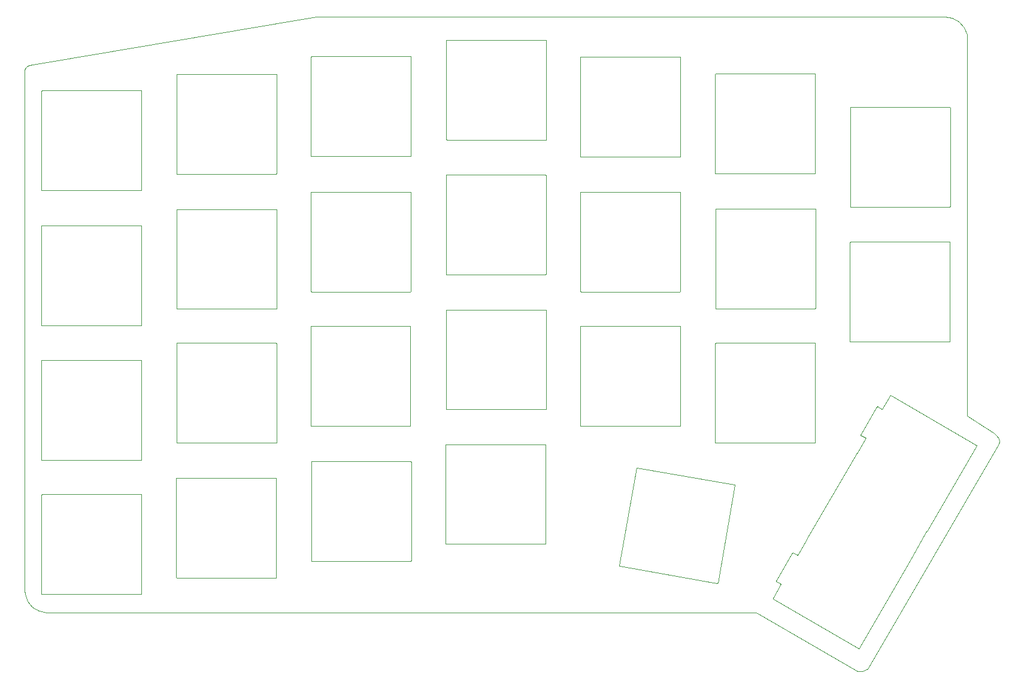
<source format=gbr>
G04 #@! TF.FileFunction,Profile,NP*
%FSLAX46Y46*%
G04 Gerber Fmt 4.6, Leading zero omitted, Abs format (unit mm)*
G04 Created by KiCad (PCBNEW 4.0.7) date 03/27/18 10:34:08*
%MOMM*%
%LPD*%
G01*
G04 APERTURE LIST*
%ADD10C,0.100000*%
G04 APERTURE END LIST*
D10*
X212800000Y-106590000D02*
X212760000Y-106920000D01*
X212690000Y-106150000D02*
X212800000Y-106590000D01*
X212430000Y-105750000D02*
X212690000Y-106150000D01*
X212090000Y-105340000D02*
X212430000Y-105750000D01*
X208210000Y-48980000D02*
X207790000Y-47980000D01*
X75290000Y-53490000D02*
X75630000Y-53300000D01*
X208221000Y-102916000D02*
X208215000Y-102906000D01*
X205098000Y-46430000D02*
X132080000Y-46430000D01*
X208222000Y-102917000D02*
X208221000Y-102916000D01*
X208205000Y-102870000D02*
X208205000Y-95250000D01*
X193427000Y-139053000D02*
X194051000Y-138806000D01*
X178448000Y-130736000D02*
X178454000Y-130738000D01*
X132080000Y-46430000D02*
X116211000Y-46430000D01*
X134620000Y-130735000D02*
X156210000Y-130735000D01*
X208210000Y-102896000D02*
X208209000Y-102894000D01*
X178461000Y-130740000D02*
X178466000Y-130743000D01*
X194051000Y-138806000D02*
X194175000Y-138696000D01*
X178435000Y-130735000D02*
X178442000Y-130736000D01*
X76113100Y-130009000D02*
X77045100Y-130547000D01*
X194175000Y-138696000D02*
X212759000Y-106924000D01*
X208205000Y-95250000D02*
X208205000Y-48980900D01*
X208209000Y-102893000D02*
X208207000Y-102882000D01*
X192757000Y-139071000D02*
X193427000Y-139053000D01*
X178442000Y-130736000D02*
X178448000Y-130736000D01*
X178454000Y-130738000D02*
X178461000Y-130740000D01*
X208215000Y-102906000D02*
X208210000Y-102896000D01*
X99060000Y-130735000D02*
X134620000Y-130735000D01*
X178466000Y-130743000D02*
X178473000Y-130745000D01*
X116211000Y-46430000D02*
X75627000Y-53298100D01*
X208240000Y-102934000D02*
X208232000Y-102926000D01*
X212083000Y-105336000D02*
X208240000Y-102934000D01*
X206165000Y-46618000D02*
X205098000Y-46430000D01*
X208207000Y-102882000D02*
X208205000Y-102870000D01*
X78111600Y-130735000D02*
X99060000Y-130735000D01*
X207097000Y-47156100D02*
X206165000Y-46618000D01*
X192731000Y-139062000D02*
X192757000Y-139071000D01*
X156210000Y-130735000D02*
X178435000Y-130735000D01*
X207789000Y-47980900D02*
X207097000Y-47156100D01*
X208223000Y-102918000D02*
X208222000Y-102917000D01*
X77045100Y-130547000D02*
X78111600Y-130735000D01*
X208209000Y-102894000D02*
X208209000Y-102893000D01*
X208232000Y-102926000D02*
X208223000Y-102918000D01*
X178473000Y-130745000D02*
X192731000Y-139062000D01*
X75421300Y-129184000D02*
X76113100Y-130009000D01*
X75005000Y-127632000D02*
X75052100Y-128170000D01*
X75285600Y-53491000D02*
X75136900Y-53615800D01*
X75039900Y-53783900D02*
X75005000Y-53981600D01*
X75052100Y-128170000D02*
X75421300Y-129184000D01*
X75005000Y-53981600D02*
X75005000Y-127632000D01*
X75136900Y-53615800D02*
X75039900Y-53783900D01*
X209553000Y-107057000D02*
X209559000Y-107060000D01*
X209548000Y-107053000D02*
X209553000Y-107057000D01*
X197443000Y-100065000D02*
X197449000Y-100068000D01*
X209568000Y-107070000D02*
X209571000Y-107076000D01*
X209582000Y-107099000D02*
X209585000Y-107105000D01*
X209581000Y-107093000D02*
X209582000Y-107099000D01*
X209576000Y-107081000D02*
X209578000Y-107087000D01*
X197437000Y-100062000D02*
X197443000Y-100065000D01*
X209578000Y-107087000D02*
X209581000Y-107093000D01*
X209571000Y-107076000D02*
X209576000Y-107081000D01*
X197449000Y-100068000D02*
X209548000Y-107053000D01*
X209563000Y-107065000D02*
X209568000Y-107070000D01*
X209559000Y-107060000D02*
X209563000Y-107065000D01*
X197418000Y-100059000D02*
X197425000Y-100059000D01*
X197425000Y-100059000D02*
X197431000Y-100061000D01*
X197431000Y-100061000D02*
X197437000Y-100062000D01*
X197345000Y-100096000D02*
X197350000Y-100091000D01*
X195605000Y-101608000D02*
X196255000Y-101984000D01*
X193209000Y-105660000D02*
X193208000Y-105653000D01*
X193893000Y-106075000D02*
X193243000Y-105700000D01*
X195535000Y-101606000D02*
X195541000Y-101603000D01*
X193208000Y-105614000D02*
X193209000Y-105608000D01*
X192610000Y-108264000D02*
X192616000Y-108262000D01*
X192580000Y-108279000D02*
X192586000Y-108275000D01*
X195598000Y-101606000D02*
X195605000Y-101608000D01*
X195547000Y-101602000D02*
X195553000Y-101599000D01*
X195593000Y-101603000D02*
X195598000Y-101606000D01*
X193222000Y-105683000D02*
X193219000Y-105677000D01*
X195573000Y-101599000D02*
X195580000Y-101599000D01*
X193209000Y-105608000D02*
X193212000Y-105602000D01*
X192591000Y-108271000D02*
X192597000Y-108269000D01*
X195560000Y-101599000D02*
X195567000Y-101598000D01*
X192586000Y-108275000D02*
X192591000Y-108271000D01*
X195523000Y-101613000D02*
X195529000Y-101608000D01*
X195541000Y-101603000D02*
X195547000Y-101602000D01*
X192629000Y-108261000D02*
X192631000Y-108261000D01*
X195501000Y-101636000D02*
X195505000Y-101631000D01*
X192622000Y-108262000D02*
X192629000Y-108261000D01*
X195508000Y-101625000D02*
X195513000Y-101621000D01*
X193208000Y-105653000D02*
X193206000Y-105647000D01*
X193227000Y-105687000D02*
X193222000Y-105683000D01*
X192631000Y-108261000D02*
X193893000Y-106075000D01*
X193219000Y-105677000D02*
X193215000Y-105672000D01*
X196255000Y-101984000D02*
X197345000Y-100096000D01*
X193212000Y-105602000D02*
X193215000Y-105596000D01*
X193243000Y-105700000D02*
X193237000Y-105695000D01*
X195513000Y-101621000D02*
X195518000Y-101616000D01*
X193206000Y-105647000D02*
X193206000Y-105640000D01*
X192603000Y-108266000D02*
X192610000Y-108264000D01*
X197411000Y-100058000D02*
X197418000Y-100059000D01*
X195529000Y-101608000D02*
X195535000Y-101606000D01*
X197379000Y-100065000D02*
X197385000Y-100062000D01*
X195580000Y-101599000D02*
X195586000Y-101602000D01*
X193237000Y-105695000D02*
X193232000Y-105692000D01*
X195518000Y-101616000D02*
X195523000Y-101613000D01*
X193215000Y-105596000D02*
X195501000Y-101636000D01*
X193206000Y-105627000D02*
X193206000Y-105621000D01*
X193232000Y-105692000D02*
X193227000Y-105687000D01*
X192597000Y-108269000D02*
X192603000Y-108266000D01*
X193215000Y-105672000D02*
X193212000Y-105666000D01*
X192616000Y-108262000D02*
X192622000Y-108262000D01*
X197405000Y-100059000D02*
X197411000Y-100058000D01*
X197398000Y-100059000D02*
X197405000Y-100059000D01*
X197362000Y-100075000D02*
X197368000Y-100072000D01*
X197392000Y-100061000D02*
X197398000Y-100059000D01*
X192576000Y-108284000D02*
X192580000Y-108279000D01*
X195567000Y-101598000D02*
X195573000Y-101599000D01*
X195553000Y-101599000D02*
X195560000Y-101599000D01*
X193206000Y-105621000D02*
X193208000Y-105614000D01*
X193212000Y-105666000D02*
X193209000Y-105660000D01*
X197385000Y-100062000D02*
X197392000Y-100061000D01*
X195586000Y-101602000D02*
X195593000Y-101603000D01*
X195505000Y-101631000D02*
X195508000Y-101625000D01*
X193204000Y-105634000D02*
X193206000Y-105627000D01*
X197373000Y-100068000D02*
X197379000Y-100065000D01*
X197368000Y-100072000D02*
X197373000Y-100068000D01*
X193206000Y-105640000D02*
X193204000Y-105634000D01*
X197358000Y-100080000D02*
X197362000Y-100075000D01*
X197353000Y-100085000D02*
X197358000Y-100080000D01*
X197350000Y-100091000D02*
X197353000Y-100085000D01*
X181305000Y-126377000D02*
X181299000Y-126373000D01*
X185569000Y-120442000D02*
X185568000Y-120436000D01*
X185569000Y-120449000D02*
X185569000Y-120442000D01*
X183563000Y-122313000D02*
X183567000Y-122308000D01*
X185569000Y-120422000D02*
X185571000Y-120416000D01*
X185572000Y-120409000D02*
X185576000Y-120404000D01*
X185568000Y-120436000D02*
X185569000Y-120429000D01*
X185572000Y-120462000D02*
X185571000Y-120455000D01*
X181268000Y-126298000D02*
X181270000Y-126291000D01*
X185571000Y-120416000D02*
X185572000Y-120409000D01*
X183580000Y-122293000D02*
X183585000Y-122290000D01*
X183603000Y-122280000D02*
X183609000Y-122279000D01*
X181945000Y-126747000D02*
X181305000Y-126377000D01*
X181289000Y-126364000D02*
X181284000Y-126360000D01*
X180786000Y-128784000D02*
X180785000Y-128777000D01*
X192563000Y-108299000D02*
X192567000Y-108294000D01*
X183609000Y-122279000D02*
X183615000Y-122276000D01*
X183575000Y-122298000D02*
X183580000Y-122293000D01*
X183597000Y-122283000D02*
X183603000Y-122280000D01*
X181266000Y-126311000D02*
X181268000Y-126304000D01*
X180785000Y-128777000D02*
X180786000Y-128771000D01*
X181284000Y-126360000D02*
X181281000Y-126354000D01*
X192571000Y-108288000D02*
X192576000Y-108284000D01*
X183622000Y-122276000D02*
X183629000Y-122275000D01*
X192567000Y-108294000D02*
X192571000Y-108288000D01*
X181268000Y-126324000D02*
X181268000Y-126318000D01*
X180795000Y-128739000D02*
X181945000Y-126747000D01*
X185578000Y-120397000D02*
X192563000Y-108299000D01*
X185576000Y-120404000D02*
X185578000Y-120397000D01*
X183648000Y-122279000D02*
X183655000Y-122280000D01*
X183660000Y-122283000D02*
X183667000Y-122286000D01*
X183655000Y-122280000D02*
X183660000Y-122283000D01*
X183615000Y-122276000D02*
X183622000Y-122276000D01*
X181268000Y-126304000D02*
X181268000Y-126298000D01*
X183635000Y-122276000D02*
X183642000Y-122276000D01*
X181277000Y-126273000D02*
X183563000Y-122313000D01*
X183591000Y-122286000D02*
X183597000Y-122283000D01*
X183585000Y-122290000D02*
X183591000Y-122286000D01*
X181270000Y-126330000D02*
X181268000Y-126324000D01*
X183570000Y-122303000D02*
X183575000Y-122298000D01*
X181274000Y-126343000D02*
X181271000Y-126337000D01*
X180788000Y-128758000D02*
X180789000Y-128751000D01*
X180786000Y-128764000D02*
X180788000Y-128758000D01*
X180789000Y-128751000D02*
X180793000Y-128745000D01*
X183567000Y-122308000D02*
X183570000Y-122303000D01*
X181270000Y-126291000D02*
X181271000Y-126285000D01*
X183629000Y-122275000D02*
X183635000Y-122276000D01*
X181271000Y-126285000D02*
X181274000Y-126279000D01*
X181268000Y-126318000D02*
X181266000Y-126311000D01*
X181294000Y-126369000D02*
X181289000Y-126364000D01*
X180793000Y-128745000D02*
X180795000Y-128739000D01*
X185569000Y-120429000D02*
X185569000Y-120422000D01*
X183642000Y-122276000D02*
X183648000Y-122279000D01*
X181274000Y-126279000D02*
X181277000Y-126273000D01*
X181277000Y-126349000D02*
X181274000Y-126343000D01*
X185571000Y-120455000D02*
X185569000Y-120449000D01*
X180786000Y-128771000D02*
X180786000Y-128764000D01*
X180786000Y-128790000D02*
X180786000Y-128784000D01*
X185573000Y-120463000D02*
X185572000Y-120462000D01*
X183667000Y-122286000D02*
X184307000Y-122655000D01*
X184307000Y-122655000D02*
X185573000Y-120463000D01*
X181271000Y-126337000D02*
X181270000Y-126330000D01*
X181281000Y-126354000D02*
X181277000Y-126349000D01*
X181299000Y-126373000D02*
X181294000Y-126369000D01*
X209585000Y-107125000D02*
X209585000Y-107132000D01*
X192985000Y-135834000D02*
X192979000Y-135835000D01*
X192991000Y-135831000D02*
X192985000Y-135834000D01*
X193002000Y-135824000D02*
X192997000Y-135828000D01*
X200012000Y-123696000D02*
X200010000Y-123702000D01*
X193012000Y-135816000D02*
X193008000Y-135821000D01*
X200019000Y-123677000D02*
X200017000Y-123683000D01*
X209582000Y-107138000D02*
X209581000Y-107145000D01*
X209578000Y-107151000D02*
X209576000Y-107157000D01*
X193018000Y-135811000D02*
X193012000Y-135816000D01*
X193021000Y-135805000D02*
X193018000Y-135811000D01*
X200017000Y-123683000D02*
X200016000Y-123690000D01*
X209576000Y-107157000D02*
X202591000Y-119255000D01*
X209581000Y-107145000D02*
X209578000Y-107151000D01*
X209585000Y-107105000D02*
X209585000Y-107112000D01*
X193025000Y-135800000D02*
X193021000Y-135805000D01*
X200020000Y-123664000D02*
X200019000Y-123670000D01*
X209585000Y-107132000D02*
X209582000Y-107138000D01*
X202531000Y-119292000D02*
X202525000Y-119293000D01*
X202563000Y-119283000D02*
X202557000Y-119285000D01*
X202568000Y-119279000D02*
X202563000Y-119283000D01*
X202591000Y-119255000D02*
X202586000Y-119260000D01*
X200019000Y-123657000D02*
X200020000Y-123664000D01*
X202551000Y-119289000D02*
X202544000Y-119290000D01*
X200019000Y-123651000D02*
X200019000Y-123657000D01*
X202578000Y-119270000D02*
X202574000Y-119275000D01*
X200016000Y-123638000D02*
X200017000Y-123644000D01*
X192921000Y-135828000D02*
X180823000Y-128843000D01*
X192940000Y-135835000D02*
X192933000Y-135834000D01*
X192946000Y-135837000D02*
X192940000Y-135835000D01*
X202586000Y-119260000D02*
X202583000Y-119266000D01*
X192966000Y-135837000D02*
X192959000Y-135838000D01*
X192979000Y-135835000D02*
X192972000Y-135837000D01*
X193008000Y-135821000D02*
X193002000Y-135824000D01*
X209585000Y-107112000D02*
X209586000Y-107119000D01*
X180788000Y-128797000D02*
X180786000Y-128790000D01*
X200019000Y-123670000D02*
X200019000Y-123677000D01*
X180808000Y-128831000D02*
X180802000Y-128826000D01*
X180789000Y-128803000D02*
X180788000Y-128797000D01*
X180793000Y-128809000D02*
X180789000Y-128803000D01*
X200015000Y-123637000D02*
X200016000Y-123638000D01*
X202523000Y-119293000D02*
X200015000Y-123637000D01*
X180795000Y-128815000D02*
X180793000Y-128809000D01*
X180799000Y-128820000D02*
X180795000Y-128815000D01*
X202574000Y-119275000D02*
X202568000Y-119279000D01*
X180802000Y-128826000D02*
X180799000Y-128820000D01*
X209586000Y-107119000D02*
X209585000Y-107125000D01*
X192927000Y-135831000D02*
X192921000Y-135828000D01*
X180818000Y-128839000D02*
X180812000Y-128836000D01*
X202544000Y-119290000D02*
X202538000Y-119292000D01*
X192953000Y-135837000D02*
X192946000Y-135837000D01*
X200016000Y-123690000D02*
X200012000Y-123696000D01*
X202525000Y-119293000D02*
X202523000Y-119293000D01*
X202538000Y-119292000D02*
X202531000Y-119292000D01*
X180812000Y-128836000D02*
X180808000Y-128831000D01*
X180823000Y-128843000D02*
X180818000Y-128839000D01*
X192959000Y-135838000D02*
X192953000Y-135837000D01*
X202557000Y-119285000D02*
X202551000Y-119289000D01*
X192997000Y-135828000D02*
X192991000Y-135831000D01*
X200010000Y-123702000D02*
X193025000Y-135800000D01*
X200017000Y-123644000D02*
X200019000Y-123651000D01*
X192933000Y-135834000D02*
X192927000Y-135831000D01*
X202583000Y-119266000D02*
X202578000Y-119270000D01*
X192972000Y-135837000D02*
X192966000Y-135837000D01*
X172702000Y-73640000D02*
X172707000Y-73635700D01*
X172699000Y-73645800D02*
X172702000Y-73640000D01*
X172707000Y-73635700D02*
X172711000Y-73630600D01*
X172692000Y-73657200D02*
X172694000Y-73650900D01*
X172707000Y-87712300D02*
X172702000Y-87708000D01*
X186762000Y-87727300D02*
X186756000Y-87730600D01*
X186789000Y-87708000D02*
X186783000Y-87712300D01*
X186773000Y-73627300D02*
X186779000Y-73630600D01*
X186768000Y-87725000D02*
X186762000Y-87727300D01*
X186802000Y-87685100D02*
X186798000Y-87690800D01*
X186779000Y-73630600D02*
X186783000Y-73635700D01*
X186737000Y-73613900D02*
X186743000Y-73613900D01*
X186768000Y-73623000D02*
X186773000Y-73627300D01*
X186792000Y-87702200D02*
X186789000Y-87708000D01*
X172689000Y-73662900D02*
X172692000Y-73657200D01*
X172702000Y-87708000D02*
X172699000Y-87702200D01*
X186783000Y-73635700D02*
X186789000Y-73640000D01*
X172685000Y-87665600D02*
X172684000Y-87659000D01*
X172687000Y-87678500D02*
X172685000Y-87672200D01*
X172760000Y-87735200D02*
X172754000Y-87734000D01*
X172694000Y-87697100D02*
X172692000Y-87690800D01*
X186806000Y-73689000D02*
X186806000Y-87659000D01*
X172747000Y-87734000D02*
X172741000Y-87731800D01*
X172728000Y-87727300D02*
X172722000Y-87725000D01*
X186743000Y-87734000D02*
X186737000Y-87734000D01*
X172722000Y-87725000D02*
X172717000Y-87720700D01*
X172754000Y-87734000D02*
X172747000Y-87734000D01*
X186750000Y-87731800D02*
X186743000Y-87734000D01*
X186756000Y-87730600D02*
X186750000Y-87731800D01*
X186796000Y-87697100D02*
X186792000Y-87702200D01*
X172694000Y-73650900D02*
X172699000Y-73645800D01*
X172687000Y-73669500D02*
X172689000Y-73662900D01*
X186805000Y-73682400D02*
X186806000Y-73689000D01*
X172741000Y-87731800D02*
X172734000Y-87730600D01*
X172699000Y-87702200D02*
X172694000Y-87697100D01*
X186737000Y-87734000D02*
X186730000Y-87735200D01*
X172685000Y-73675800D02*
X172687000Y-73669500D01*
X186789000Y-73640000D02*
X186792000Y-73645800D01*
X172684000Y-87659000D02*
X172684000Y-73689000D01*
X172734000Y-87730600D02*
X172728000Y-87727300D01*
X186798000Y-87690800D02*
X186796000Y-87697100D01*
X186802000Y-73662900D02*
X186803000Y-73669500D01*
X186750000Y-73616200D02*
X186756000Y-73617400D01*
X186792000Y-73645800D02*
X186796000Y-73650900D01*
X186743000Y-73613900D02*
X186750000Y-73616200D01*
X172689000Y-87685100D02*
X172687000Y-87678500D01*
X172692000Y-87690800D02*
X172689000Y-87685100D01*
X172711000Y-87717400D02*
X172707000Y-87712300D01*
X186803000Y-87678500D02*
X186802000Y-87685100D01*
X186803000Y-73669500D02*
X186805000Y-73675800D01*
X172717000Y-87720700D02*
X172711000Y-87717400D01*
X186779000Y-87717400D02*
X186773000Y-87720700D01*
X186806000Y-87659000D02*
X186805000Y-87665600D01*
X186805000Y-73675800D02*
X186805000Y-73682400D01*
X186796000Y-73650900D02*
X186798000Y-73657200D01*
X186798000Y-73657200D02*
X186802000Y-73662900D01*
X186805000Y-87672200D02*
X186803000Y-87678500D01*
X172685000Y-87672200D02*
X172685000Y-87665600D01*
X186756000Y-73617400D02*
X186762000Y-73620700D01*
X172685000Y-73682400D02*
X172685000Y-73675800D01*
X186805000Y-87665600D02*
X186805000Y-87672200D01*
X186773000Y-87720700D02*
X186768000Y-87725000D01*
X186762000Y-73620700D02*
X186768000Y-73623000D01*
X186730000Y-87735200D02*
X172760000Y-87735200D01*
X186783000Y-87712300D02*
X186779000Y-87717400D01*
X172684000Y-73689000D02*
X172685000Y-73682400D01*
X96483300Y-87750400D02*
X96480000Y-87744600D01*
X96532100Y-73675800D02*
X96538300Y-73673500D01*
X96513500Y-73682500D02*
X96519700Y-73680300D01*
X110553000Y-87786800D02*
X110548000Y-87790100D01*
X110598000Y-73748500D02*
X110598000Y-87718500D01*
X96502600Y-87776900D02*
X96498300Y-87771800D01*
X96525500Y-87790100D02*
X96519700Y-87786800D01*
X96551600Y-87794700D02*
X96545000Y-87793600D01*
X96478800Y-73729000D02*
X96480000Y-73722500D01*
X110522000Y-87794700D02*
X96551600Y-87794700D01*
X96508400Y-73686800D02*
X96513500Y-73682500D01*
X96502600Y-73690200D02*
X96508400Y-73686800D01*
X96508400Y-87780200D02*
X96502600Y-87776900D01*
X96493200Y-73699500D02*
X96498300Y-73695300D01*
X96489900Y-73705300D02*
X96493200Y-73699500D01*
X96476500Y-87731800D02*
X96476500Y-87725100D01*
X96532100Y-87791300D02*
X96525500Y-87790100D01*
X110528000Y-87793600D02*
X110522000Y-87794700D01*
X110548000Y-87790100D02*
X110541000Y-87791300D01*
X110560000Y-87784500D02*
X110553000Y-87786800D01*
X96485600Y-73710400D02*
X96489900Y-73705300D01*
X96476500Y-73742000D02*
X96476500Y-73735300D01*
X96483300Y-73716700D02*
X96485600Y-73710400D01*
X96476500Y-73735300D02*
X96478800Y-73729000D01*
X110593000Y-87744600D02*
X110590000Y-87750400D01*
X96478800Y-87738000D02*
X96476500Y-87731800D01*
X96545000Y-87793600D02*
X96538300Y-87793600D01*
X96485600Y-87756600D02*
X96483300Y-87750400D01*
X96513500Y-87784500D02*
X96508400Y-87780200D01*
X110597000Y-87725100D02*
X110597000Y-87731800D01*
X110575000Y-87771800D02*
X110571000Y-87776900D01*
X110598000Y-87718500D02*
X110597000Y-87725100D01*
X110597000Y-73735300D02*
X110597000Y-73742000D01*
X110597000Y-73742000D02*
X110598000Y-73748500D01*
X110597000Y-87731800D02*
X110594000Y-87738000D01*
X96519700Y-87786800D02*
X96513500Y-87784500D01*
X110535000Y-87793600D02*
X110528000Y-87793600D01*
X96475400Y-73748500D02*
X96476500Y-73742000D01*
X96476500Y-87725100D02*
X96475400Y-87718500D01*
X96480000Y-87744600D02*
X96478800Y-87738000D01*
X96538300Y-87793600D02*
X96532100Y-87791300D01*
X110571000Y-87776900D02*
X110565000Y-87780200D01*
X110580000Y-87767500D02*
X110575000Y-87771800D01*
X110588000Y-87756600D02*
X110583000Y-87761700D01*
X110594000Y-87738000D02*
X110593000Y-87744600D01*
X96538300Y-73673500D02*
X96545000Y-73673500D01*
X96480000Y-73722500D02*
X96483300Y-73716700D01*
X96498300Y-87771800D02*
X96493200Y-87767500D01*
X96551600Y-73672300D02*
X110522000Y-73672300D01*
X96545000Y-73673500D02*
X96551600Y-73672300D01*
X110590000Y-87750400D02*
X110588000Y-87756600D01*
X96489900Y-87761700D02*
X96485600Y-87756600D01*
X96493200Y-87767500D02*
X96489900Y-87761700D01*
X96525500Y-73676900D02*
X96532100Y-73675800D01*
X110522000Y-73672300D02*
X110528000Y-73673500D01*
X110541000Y-87791300D02*
X110535000Y-87793600D01*
X96475400Y-87718500D02*
X96475400Y-73748500D01*
X96519700Y-73680300D02*
X96525500Y-73676900D01*
X110583000Y-87761700D02*
X110580000Y-87767500D01*
X110565000Y-87780200D02*
X110560000Y-87784500D01*
X96498300Y-73695300D02*
X96502600Y-73690200D01*
X110583000Y-73705300D02*
X110588000Y-73710400D01*
X110565000Y-73686800D02*
X110571000Y-73690200D01*
X77408000Y-90108800D02*
X77401800Y-90106500D01*
X110541000Y-73675800D02*
X110548000Y-73676900D01*
X77386600Y-90093800D02*
X77381500Y-90089500D01*
X110571000Y-73690200D02*
X110575000Y-73695300D01*
X110560000Y-73682500D02*
X110565000Y-73686800D01*
X110553000Y-73680300D02*
X110560000Y-73682500D01*
X110535000Y-73673500D02*
X110541000Y-73675800D01*
X91423100Y-90115600D02*
X91416500Y-90115600D01*
X77439900Y-75994300D02*
X91409900Y-75994300D01*
X77363700Y-90040500D02*
X77363700Y-76070500D01*
X77426700Y-75995500D02*
X77433300Y-75995500D01*
X77420400Y-75997700D02*
X77426700Y-75995500D01*
X77368300Y-90066600D02*
X77367100Y-90060000D01*
X91441700Y-90108800D02*
X91435900Y-90112100D01*
X77413800Y-75998900D02*
X77420400Y-75997700D01*
X77364800Y-76057300D02*
X77367100Y-76051000D01*
X77378200Y-90083700D02*
X77373900Y-90078600D01*
X91409900Y-90116700D02*
X77439900Y-90116700D01*
X77426700Y-90115600D02*
X77420400Y-90113300D01*
X91435900Y-90112100D02*
X91429400Y-90113300D01*
X77401800Y-90106500D02*
X77396700Y-90102200D01*
X77408000Y-76002200D02*
X77413800Y-75998900D01*
X77386600Y-76017200D02*
X77390900Y-76012100D01*
X77433300Y-75995500D02*
X77439900Y-75994300D01*
X77396700Y-76008800D02*
X77401800Y-76004500D01*
X77390900Y-76012100D02*
X77396700Y-76008800D01*
X77364800Y-76063900D02*
X77364800Y-76057300D01*
X77363700Y-76070500D02*
X77364800Y-76063900D01*
X77396700Y-90102200D02*
X77390900Y-90098900D01*
X77373900Y-90078600D02*
X77371600Y-90072300D01*
X77373900Y-76032400D02*
X77378200Y-76027300D01*
X77367100Y-76051000D02*
X77368300Y-76044400D01*
X91429400Y-90113300D02*
X91423100Y-90115600D01*
X91409900Y-75994300D02*
X91416500Y-75995500D01*
X77367100Y-90060000D02*
X77364800Y-90053700D01*
X77381500Y-90089500D02*
X77378200Y-90083700D01*
X91416500Y-90115600D02*
X91409900Y-90116700D01*
X77401800Y-76004500D02*
X77408000Y-76002200D01*
X77413800Y-90112100D02*
X77408000Y-90108800D01*
X77364800Y-90047100D02*
X77363700Y-90040500D01*
X77368300Y-76044400D02*
X77371600Y-76038700D01*
X110594000Y-73729000D02*
X110597000Y-73735300D01*
X77381500Y-76021500D02*
X77386600Y-76017200D01*
X77371600Y-90072300D02*
X77368300Y-90066600D01*
X77390900Y-90098900D02*
X77386600Y-90093800D01*
X77433300Y-90115600D02*
X77426700Y-90115600D01*
X110548000Y-73676900D02*
X110553000Y-73680300D01*
X110593000Y-73722500D02*
X110594000Y-73729000D01*
X110580000Y-73699500D02*
X110583000Y-73705300D01*
X77378200Y-76027300D02*
X77381500Y-76021500D01*
X110528000Y-73673500D02*
X110535000Y-73673500D01*
X110575000Y-73695300D02*
X110580000Y-73699500D01*
X77371600Y-76038700D02*
X77373900Y-76032400D01*
X77364800Y-90053700D02*
X77364800Y-90047100D01*
X77439900Y-90116700D02*
X77433300Y-90115600D01*
X77420400Y-90113300D02*
X77413800Y-90112100D01*
X110590000Y-73716700D02*
X110593000Y-73722500D01*
X110588000Y-73710400D02*
X110590000Y-73716700D01*
X91416500Y-75995500D02*
X91423100Y-75995500D01*
X191704000Y-78334100D02*
X191710000Y-78330800D01*
X191677000Y-92362500D02*
X191677000Y-78392500D01*
X191694000Y-92411500D02*
X191691000Y-92405700D01*
X205723000Y-78316300D02*
X205729000Y-78317400D01*
X191740000Y-78317400D02*
X191746000Y-78317400D01*
X191727000Y-78320900D02*
X191733000Y-78319700D01*
X91478200Y-76038700D02*
X91481500Y-76044400D01*
X91435900Y-75998900D02*
X91441700Y-76002200D01*
X91468300Y-76021500D02*
X91471600Y-76027300D01*
X91441700Y-76002200D02*
X91448000Y-76004500D01*
X191691000Y-92405700D02*
X191687000Y-92400600D01*
X91429400Y-75997700D02*
X91435900Y-75998900D01*
X191710000Y-78330800D02*
X191715000Y-78326500D01*
X191700000Y-78339200D02*
X191704000Y-78334100D01*
X191678000Y-92375700D02*
X191678000Y-92369100D01*
X191685000Y-78360700D02*
X191687000Y-78354400D01*
X191687000Y-78354400D02*
X191691000Y-78349300D01*
X191687000Y-92400600D02*
X191685000Y-92394300D01*
X191681000Y-92388600D02*
X191680000Y-92382000D01*
X91463100Y-76017200D02*
X91468300Y-76021500D01*
X191691000Y-78349300D02*
X191694000Y-78343500D01*
X191694000Y-78343500D02*
X191700000Y-78339200D01*
X91463100Y-90093800D02*
X91458900Y-90098900D01*
X191678000Y-78385900D02*
X191678000Y-78379300D01*
X191753000Y-78316300D02*
X205723000Y-78316300D01*
X91475900Y-76032400D02*
X91478200Y-76038700D01*
X91448000Y-90106500D02*
X91441700Y-90108800D01*
X91453100Y-90102200D02*
X91448000Y-90106500D01*
X91458900Y-90098900D02*
X91453100Y-90102200D01*
X91468300Y-90089500D02*
X91463100Y-90093800D01*
X91471600Y-90083700D02*
X91468300Y-90089500D01*
X91475900Y-90078600D02*
X91471600Y-90083700D01*
X91478200Y-90072300D02*
X91475900Y-90078600D01*
X91486100Y-90040500D02*
X91484900Y-90047100D01*
X91484900Y-76057300D02*
X91484900Y-76063900D01*
X191721000Y-78324200D02*
X191727000Y-78320900D01*
X91448000Y-76004500D02*
X91453100Y-76008800D01*
X191677000Y-78392500D02*
X191678000Y-78385900D01*
X191680000Y-92382000D02*
X191678000Y-92375700D01*
X91481500Y-90066600D02*
X91478200Y-90072300D01*
X191746000Y-78317400D02*
X191753000Y-78316300D01*
X91423100Y-75995500D02*
X91429400Y-75997700D01*
X191680000Y-78373000D02*
X191681000Y-78366400D01*
X91484900Y-90047100D02*
X91484900Y-90053700D01*
X91471600Y-76027300D02*
X91475900Y-76032400D01*
X191715000Y-78326500D02*
X191721000Y-78324200D01*
X91458900Y-76012100D02*
X91463100Y-76017200D01*
X191733000Y-78319700D02*
X191740000Y-78317400D01*
X191681000Y-78366400D02*
X191685000Y-78360700D01*
X191685000Y-92394300D02*
X191681000Y-92388600D01*
X91486100Y-76070500D02*
X91486100Y-90040500D01*
X191678000Y-78379300D02*
X191680000Y-78373000D01*
X91482600Y-90060000D02*
X91481500Y-90066600D01*
X191678000Y-92369100D02*
X191677000Y-92362500D01*
X91453100Y-76008800D02*
X91458900Y-76012100D01*
X91484900Y-90053700D02*
X91482600Y-90060000D01*
X91484900Y-76063900D02*
X91486100Y-76070500D01*
X91482600Y-76051000D02*
X91484900Y-76057300D01*
X91481500Y-76044400D02*
X91482600Y-76051000D01*
X205798000Y-78385900D02*
X205799000Y-78392500D01*
X205772000Y-92420900D02*
X205766000Y-92424200D01*
X205776000Y-92415800D02*
X205772000Y-92420900D01*
X134594000Y-87934900D02*
X134598000Y-87929100D01*
X205755000Y-78324200D02*
X205761000Y-78326500D01*
X205789000Y-92400600D02*
X205785000Y-92405700D01*
X134607000Y-87919700D02*
X134613000Y-87916400D01*
X205796000Y-92382000D02*
X205794000Y-92388600D01*
X134643000Y-87903100D02*
X134649000Y-87903100D01*
X205729000Y-92437500D02*
X205723000Y-92438700D01*
X205742000Y-78319700D02*
X205749000Y-78320900D01*
X148626000Y-87901900D02*
X148632000Y-87903100D01*
X134624000Y-87909800D02*
X134630000Y-87906500D01*
X191721000Y-92430800D02*
X191715000Y-92428500D01*
X205772000Y-78334100D02*
X205776000Y-78339200D01*
X191746000Y-92437500D02*
X191740000Y-92437500D01*
X205755000Y-92430800D02*
X205749000Y-92434100D01*
X205749000Y-78320900D02*
X205755000Y-78324200D01*
X134603000Y-87924800D02*
X134607000Y-87919700D01*
X205736000Y-92437500D02*
X205729000Y-92437500D01*
X134649000Y-87903100D02*
X134656000Y-87901900D01*
X205785000Y-92405700D02*
X205781000Y-92411500D01*
X205781000Y-92411500D02*
X205776000Y-92415800D01*
X205791000Y-92394300D02*
X205789000Y-92400600D01*
X205794000Y-92388600D02*
X205791000Y-92394300D01*
X134618000Y-87912100D02*
X134624000Y-87909800D01*
X191715000Y-92428500D02*
X191710000Y-92424200D01*
X205798000Y-92375700D02*
X205796000Y-92382000D01*
X205781000Y-78343500D02*
X205785000Y-78349300D01*
X205723000Y-92438700D02*
X191753000Y-92438700D01*
X205742000Y-92435300D02*
X205736000Y-92437500D01*
X205729000Y-78317400D02*
X205736000Y-78317400D01*
X191740000Y-92437500D02*
X191733000Y-92435300D01*
X191753000Y-92438700D02*
X191746000Y-92437500D01*
X205761000Y-78326500D02*
X205766000Y-78330800D01*
X205766000Y-92424200D02*
X205761000Y-92428500D01*
X205798000Y-92369100D02*
X205798000Y-92375700D01*
X205785000Y-78349300D02*
X205789000Y-78354400D01*
X205799000Y-78392500D02*
X205799000Y-92362500D01*
X205776000Y-78339200D02*
X205781000Y-78343500D01*
X134613000Y-87916400D02*
X134618000Y-87912100D01*
X205798000Y-78379300D02*
X205798000Y-78385900D01*
X134636000Y-87905300D02*
X134643000Y-87903100D01*
X191733000Y-92435300D02*
X191727000Y-92434100D01*
X205789000Y-78354400D02*
X205791000Y-78360700D01*
X191700000Y-92415800D02*
X191694000Y-92411500D01*
X134630000Y-87906500D02*
X134636000Y-87905300D01*
X191704000Y-92420900D02*
X191700000Y-92415800D01*
X191727000Y-92434100D02*
X191721000Y-92430800D01*
X205766000Y-78330800D02*
X205772000Y-78334100D01*
X134656000Y-87901900D02*
X148626000Y-87901900D01*
X191710000Y-92424200D02*
X191704000Y-92420900D01*
X205796000Y-78373000D02*
X205798000Y-78379300D01*
X205794000Y-78366400D02*
X205796000Y-78373000D01*
X205791000Y-78360700D02*
X205794000Y-78366400D01*
X205736000Y-78317400D02*
X205742000Y-78319700D01*
X134598000Y-87929100D02*
X134603000Y-87924800D01*
X205749000Y-92434100D02*
X205742000Y-92435300D01*
X205799000Y-92362500D02*
X205798000Y-92369100D01*
X205761000Y-92428500D02*
X205755000Y-92430800D01*
X134584000Y-101974000D02*
X134583000Y-101968000D01*
X134656000Y-102024000D02*
X134649000Y-102023000D01*
X134598000Y-101997000D02*
X134594000Y-101991000D01*
X134624000Y-102016000D02*
X134618000Y-102014000D01*
X148664000Y-102014000D02*
X148658000Y-102016000D01*
X148701000Y-87964900D02*
X148701000Y-87971500D01*
X148652000Y-87906500D02*
X148658000Y-87909800D01*
X148664000Y-87912100D02*
X148669000Y-87916400D01*
X148658000Y-87909800D02*
X148664000Y-87912100D01*
X134583000Y-87958600D02*
X134584000Y-87952000D01*
X148679000Y-87924800D02*
X148684000Y-87929100D01*
X148692000Y-87940000D02*
X148694000Y-87946300D01*
X148645000Y-87905300D02*
X148652000Y-87906500D01*
X134643000Y-102023000D02*
X134636000Y-102021000D01*
X134590000Y-87940000D02*
X134594000Y-87934900D01*
X134588000Y-87946300D02*
X134590000Y-87940000D01*
X134584000Y-87952000D02*
X134588000Y-87946300D01*
X134603000Y-102001000D02*
X134598000Y-101997000D01*
X134581000Y-87971500D02*
X134581000Y-87964900D01*
X134594000Y-101991000D02*
X134590000Y-101986000D01*
X148632000Y-102023000D02*
X148626000Y-102024000D01*
X148698000Y-101974000D02*
X148694000Y-101980000D01*
X148658000Y-102016000D02*
X148652000Y-102020000D01*
X148675000Y-102006000D02*
X148669000Y-102010000D01*
X148679000Y-102001000D02*
X148675000Y-102006000D01*
X148632000Y-87903100D02*
X148639000Y-87903100D01*
X134590000Y-101986000D02*
X134588000Y-101980000D01*
X148688000Y-101991000D02*
X148684000Y-101997000D01*
X148684000Y-87929100D02*
X148688000Y-87934900D01*
X148688000Y-87934900D02*
X148692000Y-87940000D01*
X134618000Y-102014000D02*
X134613000Y-102010000D01*
X134649000Y-102023000D02*
X134643000Y-102023000D01*
X148692000Y-101986000D02*
X148688000Y-101991000D01*
X148694000Y-87946300D02*
X148698000Y-87952000D01*
X134607000Y-102006000D02*
X134603000Y-102001000D01*
X134613000Y-102010000D02*
X134607000Y-102006000D01*
X134636000Y-102021000D02*
X134630000Y-102020000D01*
X148626000Y-102024000D02*
X134656000Y-102024000D01*
X148645000Y-102021000D02*
X148639000Y-102023000D01*
X148698000Y-87952000D02*
X148699000Y-87958600D01*
X148675000Y-87919700D02*
X148679000Y-87924800D01*
X148652000Y-102020000D02*
X148645000Y-102021000D01*
X148684000Y-101997000D02*
X148679000Y-102001000D01*
X148699000Y-87958600D02*
X148701000Y-87964900D01*
X148702000Y-101948000D02*
X148701000Y-101955000D01*
X134581000Y-87964900D02*
X134583000Y-87958600D01*
X148702000Y-87978100D02*
X148702000Y-101948000D01*
X134588000Y-101980000D02*
X134584000Y-101974000D01*
X134630000Y-102020000D02*
X134624000Y-102016000D01*
X134581000Y-101961000D02*
X134581000Y-101955000D01*
X148701000Y-101961000D02*
X148699000Y-101968000D01*
X134580000Y-101948000D02*
X134580000Y-87978100D01*
X134581000Y-101955000D02*
X134580000Y-101948000D01*
X148669000Y-102010000D02*
X148664000Y-102014000D01*
X134580000Y-87978100D02*
X134581000Y-87971500D01*
X148639000Y-102023000D02*
X148632000Y-102023000D01*
X148701000Y-87971500D02*
X148702000Y-87978100D01*
X148669000Y-87916400D02*
X148675000Y-87919700D01*
X148701000Y-101955000D02*
X148701000Y-101961000D01*
X148699000Y-101968000D02*
X148698000Y-101974000D01*
X148694000Y-101980000D02*
X148692000Y-101986000D01*
X148639000Y-87903100D02*
X148645000Y-87905300D01*
X134583000Y-101968000D02*
X134581000Y-101961000D01*
X115471000Y-104345000D02*
X115465000Y-104343000D01*
X115478000Y-104345000D02*
X115471000Y-104345000D01*
X129474000Y-104343000D02*
X129468000Y-104345000D01*
X129504000Y-104328000D02*
X129498000Y-104332000D01*
X129530000Y-90286900D02*
X129530000Y-90293500D01*
X115408000Y-90300100D02*
X115410000Y-90293500D01*
X115410000Y-104283000D02*
X115410000Y-104277000D01*
X115410000Y-104277000D02*
X115408000Y-104270000D01*
X115413000Y-104296000D02*
X115412000Y-104290000D01*
X129481000Y-104342000D02*
X129474000Y-104343000D01*
X115453000Y-104338000D02*
X115447000Y-104336000D01*
X129530000Y-104283000D02*
X129527000Y-104290000D01*
X129527000Y-104290000D02*
X129526000Y-104296000D01*
X129493000Y-104336000D02*
X129487000Y-104338000D01*
X129508000Y-104323000D02*
X129504000Y-104328000D01*
X115441000Y-90238400D02*
X115447000Y-90234100D01*
X115408000Y-104270000D02*
X115408000Y-90300100D01*
X129516000Y-104313000D02*
X129513000Y-104319000D01*
X129530000Y-104277000D02*
X129530000Y-104283000D01*
X129531000Y-104270000D02*
X129530000Y-104277000D01*
X115419000Y-104308000D02*
X115416000Y-104302000D01*
X115459000Y-104342000D02*
X115453000Y-104338000D01*
X115431000Y-90246800D02*
X115436000Y-90241700D01*
X115423000Y-90256900D02*
X115426000Y-90251100D01*
X115441000Y-104332000D02*
X115436000Y-104328000D01*
X129461000Y-104345000D02*
X129455000Y-104346000D01*
X129513000Y-104319000D02*
X129508000Y-104323000D01*
X129455000Y-90223900D02*
X129461000Y-90225000D01*
X115485000Y-90223900D02*
X129455000Y-90223900D01*
X115478000Y-90225000D02*
X115485000Y-90223900D01*
X115419000Y-90262000D02*
X115423000Y-90256900D01*
X115471000Y-90225000D02*
X115478000Y-90225000D01*
X115447000Y-90234100D02*
X115453000Y-90231800D01*
X115465000Y-90227300D02*
X115471000Y-90225000D01*
X115459000Y-90228500D02*
X115465000Y-90227300D01*
X115453000Y-90231800D02*
X115459000Y-90228500D01*
X129455000Y-104346000D02*
X115485000Y-104346000D01*
X115436000Y-90241700D02*
X115441000Y-90238400D01*
X129523000Y-104302000D02*
X129521000Y-104308000D01*
X129526000Y-104296000D02*
X129523000Y-104302000D01*
X115410000Y-90293500D02*
X115410000Y-90286900D01*
X115426000Y-90251100D02*
X115431000Y-90246800D01*
X115436000Y-104328000D02*
X115431000Y-104323000D01*
X129531000Y-90300100D02*
X129531000Y-104270000D01*
X115465000Y-104343000D02*
X115459000Y-104342000D01*
X115416000Y-90268300D02*
X115419000Y-90262000D01*
X129530000Y-90293500D02*
X129531000Y-90300100D01*
X115485000Y-104346000D02*
X115478000Y-104345000D01*
X129487000Y-104338000D02*
X129481000Y-104342000D01*
X129468000Y-104345000D02*
X129461000Y-104345000D01*
X129498000Y-104332000D02*
X129493000Y-104336000D01*
X115413000Y-90274000D02*
X115416000Y-90268300D01*
X115412000Y-90280600D02*
X115413000Y-90274000D01*
X115410000Y-90286900D02*
X115412000Y-90280600D01*
X115412000Y-104290000D02*
X115410000Y-104283000D01*
X115423000Y-104313000D02*
X115419000Y-104308000D01*
X115416000Y-104302000D02*
X115413000Y-104296000D01*
X129521000Y-104308000D02*
X129516000Y-104313000D01*
X115447000Y-104336000D02*
X115441000Y-104332000D01*
X115426000Y-104319000D02*
X115423000Y-104313000D01*
X115431000Y-104323000D02*
X115426000Y-104319000D01*
X172657000Y-54515600D02*
X172663000Y-54511300D01*
X172652000Y-54518900D02*
X172657000Y-54515600D01*
X172642000Y-54528300D02*
X172647000Y-54524000D01*
X186729000Y-68596300D02*
X186724000Y-68600600D01*
X172639000Y-54534100D02*
X172642000Y-54528300D01*
X172635000Y-54539200D02*
X172639000Y-54534100D01*
X186697000Y-68618900D02*
X186690000Y-68620100D01*
X172629000Y-68573400D02*
X172628000Y-68566800D01*
X186709000Y-68613300D02*
X186703000Y-68615600D01*
X172663000Y-68613300D02*
X172657000Y-68609000D01*
X186720000Y-68605700D02*
X186714000Y-68609000D01*
X172626000Y-54570700D02*
X172626000Y-54564100D01*
X186690000Y-68620100D02*
X186684000Y-68622300D01*
X186703000Y-68615600D02*
X186697000Y-68618900D01*
X172669000Y-68615600D02*
X172663000Y-68613300D01*
X172626000Y-54564100D02*
X172628000Y-54557800D01*
X172626000Y-68560500D02*
X172626000Y-68553900D01*
X172701000Y-68623500D02*
X172694000Y-68622300D01*
X186677000Y-68622300D02*
X186671000Y-68623500D01*
X186732000Y-68590500D02*
X186729000Y-68596300D01*
X186746000Y-68560500D02*
X186743000Y-68566800D01*
X172635000Y-68585400D02*
X172632000Y-68579100D01*
X172642000Y-68596300D02*
X172639000Y-68590500D01*
X186737000Y-68585400D02*
X186732000Y-68590500D01*
X186742000Y-68573400D02*
X186739000Y-68579100D01*
X186747000Y-68547300D02*
X186746000Y-68553900D01*
X172675000Y-54505700D02*
X172681000Y-54504500D01*
X172681000Y-68620100D02*
X172675000Y-68618900D01*
X186724000Y-68600600D02*
X186720000Y-68605700D01*
X172694000Y-68622300D02*
X172687000Y-68622300D01*
X172687000Y-68622300D02*
X172681000Y-68620100D01*
X167632000Y-52120700D02*
X167638000Y-52123000D01*
X186743000Y-68566800D02*
X186742000Y-68573400D01*
X172629000Y-54551200D02*
X172632000Y-54545500D01*
X172626000Y-68553900D02*
X172624000Y-68547300D01*
X172632000Y-54545500D02*
X172635000Y-54539200D01*
X186714000Y-68609000D02*
X186709000Y-68613300D01*
X172663000Y-54511300D02*
X172669000Y-54509000D01*
X172687000Y-54502200D02*
X172694000Y-54502200D01*
X172628000Y-68566800D02*
X172626000Y-68560500D01*
X172675000Y-68618900D02*
X172669000Y-68615600D01*
X172681000Y-54504500D02*
X172687000Y-54502200D01*
X172639000Y-68590500D02*
X172635000Y-68585400D01*
X172632000Y-68579100D02*
X172629000Y-68573400D01*
X172624000Y-54577300D02*
X172626000Y-54570700D01*
X186684000Y-68622300D02*
X186677000Y-68622300D01*
X172647000Y-54524000D02*
X172652000Y-54518900D01*
X186671000Y-68623500D02*
X172701000Y-68623500D01*
X172624000Y-68547300D02*
X172624000Y-54577300D01*
X172657000Y-68609000D02*
X172652000Y-68605700D01*
X186739000Y-68579100D02*
X186737000Y-68585400D01*
X172652000Y-68605700D02*
X172647000Y-68600600D01*
X186746000Y-68553900D02*
X186746000Y-68560500D01*
X167625000Y-52120700D02*
X167632000Y-52120700D01*
X172628000Y-54557800D02*
X172629000Y-54551200D01*
X186671000Y-54501100D02*
X186677000Y-54502200D01*
X172701000Y-54501100D02*
X186671000Y-54501100D01*
X172694000Y-54502200D02*
X172701000Y-54501100D01*
X172647000Y-68600600D02*
X172642000Y-68596300D01*
X172669000Y-54509000D02*
X172675000Y-54505700D01*
X96519700Y-54568600D02*
X96525500Y-54565200D01*
X96508400Y-54575100D02*
X96513500Y-54570800D01*
X96476500Y-68613400D02*
X96475400Y-68606800D01*
X96525500Y-68678400D02*
X96519700Y-68675100D01*
X186690000Y-54504500D02*
X186697000Y-54505700D01*
X96476500Y-68620100D02*
X96476500Y-68613400D01*
X186684000Y-54502200D02*
X186690000Y-54504500D01*
X110528000Y-68681900D02*
X110522000Y-68683000D01*
X96551600Y-54560600D02*
X110522000Y-54560600D01*
X96525500Y-54565200D02*
X96532100Y-54564100D01*
X96475400Y-54636800D02*
X96476500Y-54630300D01*
X110522000Y-68683000D02*
X96551600Y-68683000D01*
X186732000Y-54534100D02*
X186737000Y-54539200D01*
X96532100Y-54564100D02*
X96538300Y-54561800D01*
X96513500Y-54570800D02*
X96519700Y-54568600D01*
X110535000Y-68681900D02*
X110528000Y-68681900D01*
X96493200Y-54587800D02*
X96498300Y-54583600D01*
X96485600Y-54598700D02*
X96489900Y-54593600D01*
X96475400Y-68606800D02*
X96475400Y-54636800D01*
X96508400Y-68668500D02*
X96502600Y-68665200D01*
X186720000Y-54518900D02*
X186724000Y-54524000D01*
X186703000Y-54509000D02*
X186709000Y-54511300D01*
X96538300Y-68681900D02*
X96532100Y-68679600D01*
X186677000Y-54502200D02*
X186684000Y-54502200D01*
X96483300Y-68638700D02*
X96480000Y-68632900D01*
X96498300Y-54583600D02*
X96502600Y-54578500D01*
X96476500Y-54623600D02*
X96478800Y-54617300D01*
X110522000Y-54560600D02*
X110528000Y-54561800D01*
X96545000Y-54561800D02*
X96551600Y-54560600D01*
X96489900Y-54593600D02*
X96493200Y-54587800D01*
X96489900Y-68650000D02*
X96485600Y-68644900D01*
X96538300Y-54561800D02*
X96545000Y-54561800D01*
X96502600Y-54578500D02*
X96508400Y-54575100D01*
X96480000Y-54610800D02*
X96483300Y-54605000D01*
X96476500Y-54630300D02*
X96476500Y-54623600D01*
X96498300Y-68660100D02*
X96493200Y-68655800D01*
X96502600Y-68665200D02*
X96498300Y-68660100D01*
X96493200Y-68655800D02*
X96489900Y-68650000D01*
X96545000Y-68681900D02*
X96538300Y-68681900D01*
X96485600Y-68644900D02*
X96483300Y-68638700D01*
X96478800Y-54617300D02*
X96480000Y-54610800D01*
X96478800Y-68626300D02*
X96476500Y-68620100D01*
X96480000Y-68632900D02*
X96478800Y-68626300D01*
X96551600Y-68683000D02*
X96545000Y-68681900D01*
X186747000Y-54577300D02*
X186747000Y-68547300D01*
X186746000Y-54570700D02*
X186747000Y-54577300D01*
X186697000Y-54505700D02*
X186703000Y-54509000D01*
X96519700Y-68675100D02*
X96513500Y-68672800D01*
X96483300Y-54605000D02*
X96485600Y-54598700D01*
X186746000Y-54564100D02*
X186746000Y-54570700D01*
X186743000Y-54557800D02*
X186746000Y-54564100D01*
X186742000Y-54551200D02*
X186743000Y-54557800D01*
X186724000Y-54524000D02*
X186729000Y-54528300D01*
X96513500Y-68672800D02*
X96508400Y-68668500D01*
X96532100Y-68679600D02*
X96525500Y-68678400D01*
X186739000Y-54545500D02*
X186742000Y-54551200D01*
X186714000Y-54515600D02*
X186720000Y-54518900D01*
X186737000Y-54539200D02*
X186739000Y-54545500D01*
X186729000Y-54528300D02*
X186732000Y-54534100D01*
X186709000Y-54511300D02*
X186714000Y-54515600D01*
X110597000Y-68613400D02*
X110597000Y-68620100D01*
X110598000Y-68606800D02*
X110597000Y-68613400D01*
X110593000Y-54610800D02*
X110594000Y-54617300D01*
X110590000Y-54605000D02*
X110593000Y-54610800D01*
X110583000Y-54593600D02*
X110588000Y-54598700D01*
X77384200Y-70942000D02*
X77384200Y-70935400D01*
X110565000Y-54575100D02*
X110571000Y-54578500D01*
X77384200Y-56952200D02*
X77384200Y-56945600D01*
X110560000Y-54570800D02*
X110565000Y-54575100D01*
X110553000Y-54568600D02*
X110560000Y-54570800D01*
X110548000Y-54565200D02*
X110553000Y-54568600D01*
X77386500Y-56939300D02*
X77387700Y-56932700D01*
X110541000Y-54564100D02*
X110548000Y-54565200D01*
X110528000Y-54561800D02*
X110535000Y-54561800D01*
X77433200Y-56887200D02*
X77439800Y-56886000D01*
X77393300Y-56920700D02*
X77397600Y-56915600D01*
X77416100Y-56897100D02*
X77421200Y-56892800D01*
X77410300Y-56900400D02*
X77416100Y-56897100D01*
X77400900Y-56909800D02*
X77406000Y-56905500D01*
X77387700Y-70954900D02*
X77386500Y-70948300D01*
X77384200Y-70935400D02*
X77383100Y-70928800D01*
X77384200Y-56945600D02*
X77386500Y-56939300D01*
X77386500Y-70948300D02*
X77384200Y-70942000D01*
X77439800Y-56886000D02*
X77446100Y-56883800D01*
X110594000Y-54617300D02*
X110597000Y-54623600D01*
X110541000Y-68679600D02*
X110535000Y-68681900D01*
X110548000Y-68678400D02*
X110541000Y-68679600D01*
X77397600Y-56915600D02*
X77400900Y-56909800D01*
X110553000Y-68675100D02*
X110548000Y-68678400D01*
X110560000Y-68672800D02*
X110553000Y-68675100D01*
X110565000Y-68668500D02*
X110560000Y-68672800D01*
X110571000Y-68665200D02*
X110565000Y-68668500D01*
X91429300Y-56882600D02*
X91435900Y-56883800D01*
X110575000Y-68660100D02*
X110571000Y-68665200D01*
X110580000Y-68655800D02*
X110575000Y-68660100D01*
X110598000Y-54636800D02*
X110598000Y-68606800D01*
X110571000Y-54578500D02*
X110575000Y-54583600D01*
X110580000Y-54587800D02*
X110583000Y-54593600D01*
X77406000Y-56905500D02*
X77410300Y-56900400D01*
X77391000Y-56927000D02*
X77393300Y-56920700D01*
X77391000Y-70960700D02*
X77387700Y-70954900D01*
X110593000Y-68632900D02*
X110590000Y-68638700D01*
X110597000Y-54623600D02*
X110597000Y-54630300D01*
X77387700Y-56932700D02*
X77391000Y-56927000D01*
X77452700Y-56883800D02*
X77459300Y-56882600D01*
X110575000Y-54583600D02*
X110580000Y-54587800D01*
X77459300Y-56882600D02*
X91429300Y-56882600D01*
X77421200Y-56892800D02*
X77427400Y-56890500D01*
X77383100Y-56958800D02*
X77384200Y-56952200D01*
X77383100Y-70928800D02*
X77383100Y-56958800D01*
X110597000Y-54630300D02*
X110598000Y-54636800D01*
X77446100Y-56883800D02*
X77452700Y-56883800D01*
X110588000Y-54598700D02*
X110590000Y-54605000D01*
X110583000Y-68650000D02*
X110580000Y-68655800D01*
X110535000Y-54561800D02*
X110541000Y-54564100D01*
X110588000Y-68644900D02*
X110583000Y-68650000D01*
X77427400Y-56890500D02*
X77433200Y-56887200D01*
X110590000Y-68638700D02*
X110588000Y-68644900D01*
X110594000Y-68626300D02*
X110593000Y-68632900D01*
X110597000Y-68620100D02*
X110594000Y-68626300D01*
X77427400Y-70997100D02*
X77421200Y-70994800D01*
X77433200Y-71000400D02*
X77427400Y-70997100D01*
X91435900Y-71003900D02*
X91429300Y-71005000D01*
X77452700Y-71003900D02*
X77446100Y-71003900D01*
X91500900Y-70954900D02*
X91497600Y-70960700D01*
X91429300Y-71005000D02*
X77459300Y-71005000D01*
X91448800Y-71001600D02*
X91442500Y-71003900D01*
X91455300Y-71000400D02*
X91448800Y-71001600D01*
X91472500Y-70990500D02*
X91467400Y-70994800D01*
X91487700Y-70977800D02*
X91482600Y-70982100D01*
X91472500Y-56897100D02*
X91478300Y-56900400D01*
X91495300Y-56920700D02*
X91497600Y-56927000D01*
X191767000Y-59236100D02*
X191773000Y-59235000D01*
X191744000Y-59249400D02*
X191750000Y-59246000D01*
X191780000Y-59232700D02*
X191786000Y-59232700D01*
X91504300Y-70942000D02*
X91502100Y-70948300D01*
X91461100Y-70997100D02*
X91455300Y-71000400D01*
X91482600Y-70982100D02*
X91478300Y-70987200D01*
X91497600Y-70960700D02*
X91495300Y-70966900D01*
X191773000Y-59235000D02*
X191780000Y-59232700D01*
X91487700Y-56909800D02*
X91491000Y-56915600D01*
X77400900Y-70977800D02*
X77397600Y-70972000D01*
X91502100Y-70948300D02*
X91500900Y-70954900D01*
X91502100Y-56939300D02*
X91504300Y-56945600D01*
X77406000Y-70982100D02*
X77400900Y-70977800D01*
X191786000Y-59232700D02*
X191793000Y-59231600D01*
X91467400Y-70994800D02*
X91461100Y-70997100D01*
X91495300Y-70966900D02*
X91491000Y-70972000D01*
X91497600Y-56927000D02*
X91500900Y-56932700D01*
X91504300Y-56945600D02*
X91504300Y-56952200D01*
X91478300Y-56900400D02*
X91482600Y-56905500D01*
X191761000Y-59239500D02*
X191767000Y-59236100D01*
X91448800Y-56886000D02*
X91455300Y-56887200D01*
X77421200Y-70994800D02*
X77416100Y-70990500D01*
X91504300Y-70935400D02*
X91504300Y-70942000D01*
X191793000Y-59231600D02*
X205763000Y-59231600D01*
X91505500Y-70928800D02*
X91504300Y-70935400D01*
X91455300Y-56887200D02*
X91461100Y-56890500D01*
X191755000Y-59241800D02*
X191761000Y-59239500D01*
X77446100Y-71003900D02*
X77439800Y-71001600D01*
X91461100Y-56890500D02*
X91467400Y-56892800D01*
X77439800Y-71001600D02*
X77433200Y-71000400D01*
X77459300Y-71005000D02*
X77452700Y-71003900D01*
X91504300Y-56952200D02*
X91505500Y-56958800D01*
X77397600Y-70972000D02*
X77393300Y-70966900D01*
X91442500Y-71003900D02*
X91435900Y-71003900D01*
X91505500Y-56958800D02*
X91505500Y-70928800D01*
X91478300Y-70987200D02*
X91472500Y-70990500D01*
X91491000Y-70972000D02*
X91487700Y-70977800D01*
X91491000Y-56915600D02*
X91495300Y-56920700D01*
X91435900Y-56883800D02*
X91442500Y-56883800D01*
X191750000Y-59246000D02*
X191755000Y-59241800D01*
X91467400Y-56892800D02*
X91472500Y-56897100D01*
X91442500Y-56883800D02*
X91448800Y-56886000D01*
X77393300Y-70966900D02*
X77391000Y-70960700D01*
X91500900Y-56932700D02*
X91502100Y-56939300D01*
X205763000Y-59231600D02*
X205770000Y-59232700D01*
X91482600Y-56905500D02*
X91487700Y-56909800D01*
X77410300Y-70987200D02*
X77406000Y-70982100D01*
X77416100Y-70990500D02*
X77410300Y-70987200D01*
X191793000Y-73354000D02*
X191786000Y-73352800D01*
X191727000Y-73315900D02*
X191725000Y-73309600D01*
X191761000Y-73346000D02*
X191755000Y-73343700D01*
X205801000Y-73343700D02*
X205795000Y-73346000D01*
X205770000Y-73352800D02*
X205763000Y-73354000D01*
X205795000Y-73346000D02*
X205789000Y-73349400D01*
X205838000Y-73291000D02*
X205836000Y-73297200D01*
X205806000Y-59246000D02*
X205812000Y-59249400D01*
X205825000Y-59264500D02*
X205829000Y-59269700D01*
X205812000Y-59249400D02*
X205816000Y-59254500D01*
X191720000Y-59288300D02*
X191721000Y-59281700D01*
X191718000Y-73284300D02*
X191717000Y-73277800D01*
X191744000Y-73336100D02*
X191740000Y-73331000D01*
X205782000Y-73350500D02*
X205776000Y-73352800D01*
X191731000Y-59264500D02*
X191735000Y-59258800D01*
X191750000Y-73339500D02*
X191744000Y-73336100D01*
X205789000Y-73349400D02*
X205782000Y-73350500D01*
X191727000Y-59269700D02*
X191731000Y-59264500D01*
X205806000Y-73339500D02*
X205801000Y-73343700D01*
X205839000Y-59307800D02*
X205839000Y-73277800D01*
X191725000Y-59275900D02*
X191727000Y-59269700D01*
X191767000Y-73349400D02*
X191761000Y-73346000D01*
X191718000Y-59294500D02*
X191720000Y-59288300D01*
X191717000Y-59307800D02*
X191718000Y-59301200D01*
X205838000Y-59294500D02*
X205838000Y-59301200D01*
X205835000Y-73303800D02*
X205831000Y-73309600D01*
X205836000Y-59288300D02*
X205838000Y-59294500D01*
X191718000Y-59301200D02*
X191718000Y-59294500D01*
X205789000Y-59236100D02*
X205795000Y-59239500D01*
X205831000Y-73309600D02*
X205829000Y-73315900D01*
X191720000Y-73297200D02*
X191718000Y-73291000D01*
X191735000Y-73326700D02*
X191731000Y-73321000D01*
X205838000Y-59301200D02*
X205839000Y-59307800D01*
X205801000Y-59241800D02*
X205806000Y-59246000D01*
X191731000Y-73321000D02*
X191727000Y-73315900D01*
X205776000Y-73352800D02*
X205770000Y-73352800D01*
X191786000Y-73352800D02*
X191780000Y-73352800D01*
X205825000Y-73321000D02*
X205821000Y-73326700D01*
X205836000Y-73297200D02*
X205835000Y-73303800D01*
X205838000Y-73284300D02*
X205838000Y-73291000D01*
X205831000Y-59275900D02*
X205835000Y-59281700D01*
X205839000Y-73277800D02*
X205838000Y-73284300D01*
X191717000Y-73277800D02*
X191717000Y-59307800D01*
X205763000Y-73354000D02*
X191793000Y-73354000D01*
X205795000Y-59239500D02*
X205801000Y-59241800D01*
X191718000Y-73291000D02*
X191718000Y-73284300D01*
X191721000Y-73303800D02*
X191720000Y-73297200D01*
X191755000Y-73343700D02*
X191750000Y-73339500D01*
X191773000Y-73350500D02*
X191767000Y-73349400D01*
X191780000Y-73352800D02*
X191773000Y-73350500D01*
X205816000Y-59254500D02*
X205821000Y-59258800D01*
X205835000Y-59281700D02*
X205836000Y-59288300D01*
X205816000Y-73331000D02*
X205812000Y-73336100D01*
X205821000Y-73326700D02*
X205816000Y-73331000D01*
X205829000Y-59269700D02*
X205831000Y-59275900D01*
X205821000Y-59258800D02*
X205825000Y-59264500D01*
X205829000Y-73315900D02*
X205825000Y-73321000D01*
X191740000Y-59254500D02*
X191744000Y-59249400D01*
X191735000Y-59258800D02*
X191740000Y-59254500D01*
X205812000Y-73336100D02*
X205806000Y-73339500D01*
X191740000Y-73331000D02*
X191735000Y-73326700D01*
X191725000Y-73309600D02*
X191721000Y-73303800D01*
X205782000Y-59235000D02*
X205789000Y-59236100D01*
X191721000Y-59281700D02*
X191725000Y-59275900D01*
X134623000Y-68791400D02*
X134630000Y-68791400D01*
X134605000Y-68798100D02*
X134611000Y-68794800D01*
X134617000Y-68793600D02*
X134623000Y-68791400D01*
X148613000Y-82911500D02*
X148607000Y-82912600D01*
X134564000Y-82855900D02*
X134562000Y-82849600D01*
X134583000Y-68813100D02*
X134588000Y-68808000D01*
X134560000Y-68866400D02*
X134562000Y-68859800D01*
X148607000Y-82912600D02*
X134637000Y-82912600D01*
X148660000Y-82889700D02*
X148656000Y-82894800D01*
X134578000Y-82885400D02*
X134575000Y-82879600D01*
X134562000Y-82843000D02*
X134560000Y-82836400D01*
X134593000Y-82898100D02*
X134588000Y-82894800D01*
X134611000Y-68794800D02*
X134617000Y-68793600D01*
X134575000Y-68823200D02*
X134578000Y-68817400D01*
X134599000Y-68800400D02*
X134605000Y-68798100D01*
X134593000Y-68804700D02*
X134599000Y-68800400D01*
X134588000Y-68808000D02*
X134593000Y-68804700D01*
X134630000Y-82911500D02*
X134623000Y-82911500D01*
X148626000Y-82909200D02*
X148620000Y-82911500D01*
X148638000Y-82904700D02*
X148633000Y-82908000D01*
X134571000Y-68828300D02*
X134575000Y-68823200D01*
X148668000Y-82879600D02*
X148665000Y-82885400D01*
X134571000Y-82874500D02*
X134568000Y-82868300D01*
X148673000Y-82874500D02*
X148668000Y-82879600D01*
X148682000Y-82843000D02*
X148682000Y-82849600D01*
X148675000Y-82868300D02*
X148673000Y-82874500D01*
X134588000Y-82894800D02*
X134583000Y-82889700D01*
X134605000Y-82904700D02*
X134599000Y-82902400D01*
X134617000Y-82909200D02*
X134611000Y-82908000D01*
X148679000Y-82855900D02*
X148678000Y-82862500D01*
X148633000Y-82908000D02*
X148626000Y-82909200D01*
X134599000Y-82902400D02*
X134593000Y-82898100D01*
X134623000Y-82911500D02*
X134617000Y-82909200D01*
X148620000Y-82911500D02*
X148613000Y-82911500D01*
X205776000Y-59232700D02*
X205782000Y-59235000D01*
X134560000Y-82836400D02*
X134560000Y-68866400D01*
X205770000Y-59232700D02*
X205776000Y-59232700D01*
X134578000Y-68817400D02*
X134583000Y-68813100D01*
X148678000Y-82862500D02*
X148675000Y-82868300D01*
X148665000Y-82885400D02*
X148660000Y-82889700D01*
X134630000Y-68791400D02*
X134637000Y-68790200D01*
X134562000Y-68853200D02*
X134564000Y-68846900D01*
X134562000Y-82849600D02*
X134562000Y-82843000D01*
X134562000Y-68859800D02*
X134562000Y-68853200D01*
X134611000Y-82908000D02*
X134605000Y-82904700D01*
X148645000Y-82902400D02*
X148638000Y-82904700D01*
X148683000Y-82836400D02*
X148682000Y-82843000D01*
X148650000Y-82898100D02*
X148645000Y-82902400D01*
X148682000Y-82849600D02*
X148679000Y-82855900D01*
X134564000Y-68846900D02*
X134565000Y-68840400D01*
X148607000Y-68790200D02*
X148613000Y-68791400D01*
X134568000Y-68834600D02*
X134571000Y-68828300D01*
X134565000Y-68840400D02*
X134568000Y-68834600D01*
X134565000Y-82862500D02*
X134564000Y-82855900D01*
X134568000Y-82868300D02*
X134565000Y-82862500D01*
X134575000Y-82879600D02*
X134571000Y-82874500D01*
X134583000Y-82889700D02*
X134578000Y-82885400D01*
X134637000Y-82912600D02*
X134630000Y-82911500D01*
X148656000Y-82894800D02*
X148650000Y-82898100D01*
X134637000Y-68790200D02*
X148607000Y-68790200D01*
X153590000Y-71258500D02*
X153595000Y-71254200D01*
X153576000Y-85297000D02*
X153573000Y-85290700D01*
X153629000Y-85350200D02*
X153622000Y-85349100D01*
X153635000Y-85352500D02*
X153629000Y-85350200D01*
X167619000Y-85353700D02*
X153649000Y-85353700D01*
X148650000Y-68804700D02*
X148656000Y-68808000D01*
X153573000Y-85290700D02*
X153573000Y-85284000D01*
X153587000Y-85320700D02*
X153583000Y-85315600D01*
X148673000Y-68828300D02*
X148675000Y-68834600D01*
X148633000Y-68794800D02*
X148638000Y-68798100D01*
X153610000Y-85343500D02*
X153605000Y-85339200D01*
X153587000Y-71264300D02*
X153590000Y-71258500D01*
X153595000Y-85330700D02*
X153590000Y-85326400D01*
X153577000Y-85303500D02*
X153576000Y-85297000D01*
X148683000Y-68866400D02*
X148683000Y-82836400D01*
X153583000Y-71269400D02*
X153587000Y-71264300D01*
X153573000Y-85284000D02*
X153572000Y-85277500D01*
X153622000Y-85349100D02*
X153617000Y-85345700D01*
X148682000Y-68859800D02*
X148683000Y-68866400D01*
X148682000Y-68853200D02*
X148682000Y-68859800D01*
X153642000Y-71232400D02*
X153649000Y-71231300D01*
X153600000Y-85335800D02*
X153595000Y-85330700D01*
X148678000Y-68840400D02*
X148679000Y-68846900D01*
X148679000Y-68846900D02*
X148682000Y-68853200D01*
X148668000Y-68823200D02*
X148673000Y-68828300D01*
X148638000Y-68798100D02*
X148645000Y-68800400D01*
X148665000Y-68817400D02*
X148668000Y-68823200D01*
X153629000Y-71234700D02*
X153635000Y-71232400D01*
X148660000Y-68813100D02*
X148665000Y-68817400D01*
X153573000Y-71300900D02*
X153573000Y-71294200D01*
X148620000Y-68791400D02*
X148626000Y-68793600D01*
X153635000Y-71232400D02*
X153642000Y-71232400D01*
X153595000Y-71254200D02*
X153600000Y-71249100D01*
X148645000Y-68800400D02*
X148650000Y-68804700D01*
X148626000Y-68793600D02*
X148633000Y-68794800D01*
X148613000Y-68791400D02*
X148620000Y-68791400D01*
X153572000Y-71307500D02*
X153573000Y-71300900D01*
X167619000Y-71231300D02*
X167625000Y-71232400D01*
X153649000Y-71231300D02*
X167619000Y-71231300D01*
X153610000Y-71241500D02*
X153617000Y-71239200D01*
X153577000Y-71281400D02*
X153580000Y-71275600D01*
X153605000Y-71245800D02*
X153610000Y-71241500D01*
X153580000Y-71275600D02*
X153583000Y-71269400D01*
X153576000Y-71288000D02*
X153577000Y-71281400D01*
X153590000Y-85326400D02*
X153587000Y-85320700D01*
X153649000Y-85353700D02*
X153642000Y-85352500D01*
X153572000Y-85277500D02*
X153572000Y-71307500D01*
X167625000Y-85352500D02*
X167619000Y-85353700D01*
X153617000Y-85345700D02*
X153610000Y-85343500D01*
X153642000Y-85352500D02*
X153635000Y-85352500D01*
X153605000Y-85339200D02*
X153600000Y-85335800D01*
X153622000Y-71235900D02*
X153629000Y-71234700D01*
X153600000Y-71249100D02*
X153605000Y-71245800D01*
X153573000Y-71294200D02*
X153576000Y-71288000D01*
X167632000Y-85352500D02*
X167625000Y-85352500D01*
X153583000Y-85315600D02*
X153580000Y-85309300D01*
X148675000Y-68834600D02*
X148678000Y-68840400D01*
X148656000Y-68808000D02*
X148660000Y-68813100D01*
X153617000Y-71239200D02*
X153622000Y-71235900D01*
X153580000Y-85309300D02*
X153577000Y-85303500D01*
X167690000Y-85303500D02*
X167687000Y-85309300D01*
X167695000Y-85277500D02*
X167694000Y-85284000D01*
X167691000Y-71288000D02*
X167694000Y-71294200D01*
X115473000Y-71281400D02*
X115476000Y-71275600D01*
X115544000Y-71231300D02*
X129514000Y-71231300D01*
X115531000Y-71232400D02*
X115538000Y-71232400D01*
X115469000Y-71300900D02*
X115469000Y-71294200D01*
X115468000Y-85277500D02*
X115468000Y-71307500D01*
X115476000Y-85309300D02*
X115473000Y-85303500D01*
X167694000Y-85290700D02*
X167691000Y-85297000D01*
X115469000Y-85290700D02*
X115469000Y-85284000D01*
X167691000Y-85297000D02*
X167690000Y-85303500D01*
X167680000Y-71264300D02*
X167685000Y-71269400D01*
X167694000Y-71300900D02*
X167695000Y-71307500D01*
X167657000Y-71241500D02*
X167662000Y-71245800D01*
X115495000Y-71249100D02*
X115501000Y-71245800D01*
X115469000Y-85284000D02*
X115468000Y-85277500D01*
X167668000Y-71249100D02*
X167672000Y-71254200D01*
X167650000Y-71239200D02*
X167657000Y-71241500D01*
X167632000Y-71232400D02*
X167638000Y-71234700D01*
X115471000Y-85297000D02*
X115469000Y-85290700D01*
X129514000Y-71231300D02*
X129521000Y-71232400D01*
X115486000Y-71258500D02*
X115491000Y-71254200D01*
X115469000Y-71294200D02*
X115471000Y-71288000D01*
X167695000Y-71307500D02*
X167695000Y-85277500D01*
X167687000Y-71275600D02*
X167690000Y-71281400D01*
X167690000Y-71281400D02*
X167691000Y-71288000D01*
X115476000Y-71275600D02*
X115478000Y-71269400D01*
X167638000Y-71234700D02*
X167645000Y-71235900D01*
X115468000Y-71307500D02*
X115469000Y-71300900D01*
X115518000Y-71235900D02*
X115525000Y-71234700D01*
X167638000Y-85350200D02*
X167632000Y-85352500D01*
X167645000Y-85349100D02*
X167638000Y-85350200D01*
X167650000Y-85345700D02*
X167645000Y-85349100D01*
X167662000Y-71245800D02*
X167668000Y-71249100D01*
X115512000Y-71239200D02*
X115518000Y-71235900D01*
X115506000Y-71241500D02*
X115512000Y-71239200D01*
X115478000Y-71269400D02*
X115482000Y-71264300D01*
X167625000Y-71232400D02*
X167632000Y-71232400D01*
X167694000Y-85284000D02*
X167694000Y-85290700D01*
X167657000Y-85343500D02*
X167650000Y-85345700D01*
X167662000Y-85339200D02*
X167657000Y-85343500D01*
X167645000Y-71235900D02*
X167650000Y-71239200D01*
X115501000Y-71245800D02*
X115506000Y-71241500D01*
X115491000Y-71254200D02*
X115495000Y-71249100D01*
X167668000Y-85335800D02*
X167662000Y-85339200D01*
X167694000Y-71294200D02*
X167694000Y-71300900D01*
X167677000Y-71258500D02*
X167680000Y-71264300D01*
X115473000Y-85303500D02*
X115471000Y-85297000D01*
X167672000Y-71254200D02*
X167677000Y-71258500D01*
X115538000Y-71232400D02*
X115544000Y-71231300D01*
X115525000Y-71234700D02*
X115531000Y-71232400D01*
X115471000Y-71288000D02*
X115473000Y-71281400D01*
X115482000Y-71264300D02*
X115486000Y-71258500D01*
X167672000Y-85330700D02*
X167668000Y-85335800D01*
X167677000Y-85326400D02*
X167672000Y-85330700D01*
X167685000Y-71269400D02*
X167687000Y-71275600D01*
X167680000Y-85320700D02*
X167677000Y-85326400D01*
X167685000Y-85315600D02*
X167680000Y-85320700D01*
X167687000Y-85309300D02*
X167685000Y-85315600D01*
X129567000Y-71254200D02*
X129573000Y-71258500D01*
X115495000Y-85335800D02*
X115491000Y-85330700D01*
X172754000Y-73613900D02*
X172760000Y-73612800D01*
X115512000Y-85345700D02*
X115506000Y-85343500D01*
X129514000Y-85353700D02*
X115544000Y-85353700D01*
X129563000Y-85335800D02*
X129557000Y-85339200D01*
X129573000Y-71258500D02*
X129576000Y-71264300D01*
X129587000Y-85297000D02*
X129586000Y-85303500D01*
X129567000Y-85330700D02*
X129563000Y-85335800D01*
X129582000Y-85309300D02*
X129580000Y-85315600D01*
X129521000Y-71232400D02*
X129527000Y-71232400D01*
X172728000Y-73620700D02*
X172734000Y-73617400D01*
X129527000Y-85352500D02*
X129521000Y-85352500D01*
X129589000Y-71300900D02*
X129590000Y-71307500D01*
X172734000Y-73617400D02*
X172741000Y-73616200D01*
X115482000Y-85320700D02*
X115478000Y-85315600D01*
X115486000Y-85326400D02*
X115482000Y-85320700D01*
X115491000Y-85330700D02*
X115486000Y-85326400D01*
X129521000Y-85352500D02*
X129514000Y-85353700D01*
X129546000Y-85345700D02*
X129540000Y-85349100D01*
X129573000Y-85326400D02*
X129567000Y-85330700D01*
X129540000Y-85349100D02*
X129534000Y-85350200D01*
X129580000Y-85315600D02*
X129576000Y-85320700D01*
X129590000Y-71307500D02*
X129590000Y-85277500D01*
X129586000Y-85303500D02*
X129582000Y-85309300D01*
X129552000Y-71241500D02*
X129557000Y-71245800D01*
X172717000Y-73627300D02*
X172722000Y-73623000D01*
X172722000Y-73623000D02*
X172728000Y-73620700D01*
X129589000Y-85290700D02*
X129587000Y-85297000D01*
X115501000Y-85339200D02*
X115495000Y-85335800D01*
X129576000Y-85320700D02*
X129573000Y-85326400D01*
X129586000Y-71281400D02*
X129587000Y-71288000D01*
X115531000Y-85352500D02*
X115525000Y-85350200D01*
X129534000Y-71234700D02*
X129540000Y-71235900D01*
X129589000Y-85284000D02*
X129589000Y-85290700D01*
X129589000Y-71294200D02*
X129589000Y-71300900D01*
X129563000Y-71249100D02*
X129567000Y-71254200D01*
X129546000Y-71239200D02*
X129552000Y-71241500D01*
X172747000Y-73613900D02*
X172754000Y-73613900D01*
X115538000Y-85352500D02*
X115531000Y-85352500D01*
X129534000Y-85350200D02*
X129527000Y-85352500D01*
X115506000Y-85343500D02*
X115501000Y-85339200D01*
X115525000Y-85350200D02*
X115518000Y-85349100D01*
X129552000Y-85343500D02*
X129546000Y-85345700D01*
X129576000Y-71264300D02*
X129580000Y-71269400D01*
X129557000Y-71245800D02*
X129563000Y-71249100D01*
X129527000Y-71232400D02*
X129534000Y-71234700D01*
X172741000Y-73616200D02*
X172747000Y-73613900D01*
X129587000Y-71288000D02*
X129589000Y-71294200D01*
X115544000Y-85353700D02*
X115538000Y-85352500D01*
X129590000Y-85277500D02*
X129589000Y-85284000D01*
X129582000Y-71275600D02*
X129586000Y-71281400D01*
X129580000Y-71269400D02*
X129582000Y-71275600D01*
X129540000Y-71235900D02*
X129546000Y-71239200D01*
X186730000Y-73612800D02*
X186737000Y-73613900D01*
X115478000Y-85315600D02*
X115476000Y-85309300D01*
X129557000Y-85339200D02*
X129552000Y-85343500D01*
X172711000Y-73630600D02*
X172717000Y-73627300D01*
X115518000Y-85349100D02*
X115512000Y-85345700D01*
X172760000Y-73612800D02*
X186730000Y-73612800D01*
X77373900Y-114077000D02*
X77378200Y-114072000D01*
X77363700Y-128085000D02*
X77363700Y-114115000D01*
X77371600Y-114083000D02*
X77373900Y-114077000D01*
X77378200Y-128128000D02*
X77373900Y-128123000D01*
X77433300Y-114040000D02*
X77439900Y-114039000D01*
X77420400Y-114043000D02*
X77426700Y-114040000D01*
X77420400Y-128158000D02*
X77413800Y-128157000D01*
X77396700Y-114054000D02*
X77401800Y-114049000D01*
X77408000Y-114047000D02*
X77413800Y-114044000D01*
X77386600Y-114062000D02*
X77390900Y-114057000D01*
X77381500Y-128134000D02*
X77378200Y-128128000D01*
X77386600Y-128139000D02*
X77381500Y-128134000D01*
X77439900Y-128161000D02*
X77433300Y-128160000D01*
X77408000Y-128154000D02*
X77401800Y-128151000D01*
X77413800Y-114044000D02*
X77420400Y-114043000D01*
X77426700Y-128160000D02*
X77420400Y-128158000D01*
X77390900Y-128144000D02*
X77386600Y-128139000D01*
X77364800Y-114102000D02*
X77367100Y-114096000D01*
X77390900Y-114057000D02*
X77396700Y-114054000D01*
X77367100Y-128105000D02*
X77364800Y-128099000D01*
X77381500Y-114066000D02*
X77386600Y-114062000D01*
X77371600Y-128117000D02*
X77368300Y-128111000D01*
X91409900Y-128161000D02*
X77439900Y-128161000D01*
X91423100Y-128160000D02*
X91416500Y-128160000D01*
X91435900Y-128157000D02*
X91429400Y-128158000D01*
X77413800Y-128157000D02*
X77408000Y-128154000D01*
X175396000Y-112712000D02*
X175400000Y-112717000D01*
X175372000Y-112689000D02*
X175377000Y-112693000D01*
X77396700Y-128147000D02*
X77390900Y-128144000D01*
X175377000Y-112693000D02*
X175383000Y-112697000D01*
X175366000Y-112687000D02*
X175372000Y-112689000D01*
X175354000Y-112682000D02*
X175360000Y-112684000D01*
X161583000Y-110254000D02*
X161590000Y-110254000D01*
X77426700Y-114040000D02*
X77433300Y-114040000D01*
X77363700Y-114115000D02*
X77364800Y-114109000D01*
X77364800Y-114109000D02*
X77364800Y-114102000D01*
X77401800Y-114049000D02*
X77408000Y-114047000D01*
X77433300Y-128160000D02*
X77426700Y-128160000D01*
X77378200Y-114072000D02*
X77381500Y-114066000D01*
X77368300Y-128111000D02*
X77367100Y-128105000D01*
X77364800Y-128092000D02*
X77363700Y-128085000D01*
X77364800Y-128099000D02*
X77364800Y-128092000D01*
X77373900Y-128123000D02*
X77371600Y-128117000D01*
X91416500Y-128160000D02*
X91409900Y-128161000D01*
X91429400Y-128158000D02*
X91423100Y-128160000D01*
X77401800Y-128151000D02*
X77396700Y-128147000D01*
X175406000Y-112729000D02*
X175407000Y-112736000D01*
X175402000Y-112723000D02*
X175406000Y-112729000D01*
X175347000Y-112680000D02*
X175354000Y-112682000D01*
X77439900Y-114039000D02*
X91409900Y-114039000D01*
X175400000Y-112717000D02*
X175402000Y-112723000D01*
X175392000Y-112706000D02*
X175396000Y-112712000D01*
X175387000Y-112702000D02*
X175392000Y-112706000D01*
X91409900Y-114039000D02*
X91416500Y-114040000D01*
X77367100Y-114096000D02*
X77368300Y-114089000D01*
X175383000Y-112697000D02*
X175387000Y-112702000D01*
X175360000Y-112684000D02*
X175366000Y-112687000D01*
X161590000Y-110254000D02*
X175347000Y-112680000D01*
X77368300Y-114089000D02*
X77371600Y-114083000D01*
X91416500Y-114040000D02*
X91423100Y-114040000D01*
X91478200Y-128117000D02*
X91475900Y-128123000D01*
X91486100Y-114115000D02*
X91486100Y-128085000D01*
X91481500Y-128111000D02*
X91478200Y-128117000D01*
X91486100Y-128085000D02*
X91484900Y-128092000D01*
X91468300Y-114066000D02*
X91471600Y-114072000D01*
X91482600Y-114096000D02*
X91484900Y-114102000D01*
X91458900Y-114057000D02*
X91463100Y-114062000D01*
X91448000Y-114049000D02*
X91453100Y-114054000D01*
X91423100Y-114040000D02*
X91429400Y-114043000D01*
X91429400Y-114043000D02*
X91435900Y-114044000D01*
X91484900Y-114102000D02*
X91484900Y-114109000D01*
X91484900Y-114109000D02*
X91486100Y-114115000D01*
X91441700Y-128154000D02*
X91435900Y-128157000D01*
X91448000Y-128151000D02*
X91441700Y-128154000D01*
X91453100Y-128147000D02*
X91448000Y-128151000D01*
X91458900Y-128144000D02*
X91453100Y-128147000D01*
X91484900Y-128099000D02*
X91482600Y-128105000D01*
X91463100Y-128139000D02*
X91458900Y-128144000D01*
X91475900Y-114077000D02*
X91478200Y-114083000D01*
X91478200Y-114083000D02*
X91481500Y-114089000D01*
X91471600Y-114072000D02*
X91475900Y-114077000D01*
X91475900Y-128123000D02*
X91471600Y-128128000D01*
X91481500Y-114089000D02*
X91482600Y-114096000D01*
X91468300Y-128134000D02*
X91463100Y-128139000D01*
X91471600Y-128128000D02*
X91468300Y-128134000D01*
X91484900Y-128092000D02*
X91484900Y-128099000D01*
X91482600Y-128105000D02*
X91481500Y-128111000D01*
X91463100Y-114062000D02*
X91468300Y-114066000D01*
X91453100Y-114054000D02*
X91458900Y-114057000D01*
X91441700Y-114047000D02*
X91448000Y-114049000D01*
X91435900Y-114044000D02*
X91441700Y-114047000D01*
X110530000Y-125795000D02*
X110528000Y-125801000D01*
X110515000Y-125817000D02*
X110511000Y-125822000D01*
X110530000Y-111761000D02*
X110534000Y-111767000D01*
X110500000Y-111727000D02*
X110505000Y-111732000D01*
X96423800Y-111761000D02*
X96426100Y-111755000D01*
X110511000Y-125822000D02*
X110505000Y-125825000D01*
X110537000Y-111787000D02*
X110538000Y-111793000D01*
X110524000Y-111750000D02*
X110528000Y-111755000D01*
X110494000Y-125832000D02*
X110488000Y-125835000D01*
X96423800Y-125795000D02*
X96420400Y-125789000D01*
X110538000Y-111793000D02*
X110538000Y-125763000D01*
X110537000Y-111780000D02*
X110537000Y-111787000D01*
X96453900Y-125829000D02*
X96448800Y-125825000D01*
X110462000Y-125840000D02*
X96492000Y-125840000D01*
X110488000Y-125835000D02*
X110482000Y-125836000D01*
X110537000Y-125777000D02*
X110535000Y-125783000D01*
X96420400Y-111767000D02*
X96423800Y-111761000D01*
X96419300Y-111774000D02*
X96420400Y-111767000D01*
X110524000Y-125807000D02*
X110520000Y-125812000D01*
X96485500Y-125838000D02*
X96478800Y-125838000D01*
X96415800Y-125763000D02*
X96415800Y-111793000D01*
X96492000Y-125840000D02*
X96485500Y-125838000D01*
X96417000Y-125777000D02*
X96417000Y-125770000D01*
X96438800Y-125817000D02*
X96433700Y-125812000D01*
X110534000Y-125789000D02*
X110530000Y-125795000D01*
X96417000Y-111780000D02*
X96419300Y-111774000D01*
X96417000Y-111787000D02*
X96417000Y-111780000D01*
X96415800Y-111793000D02*
X96417000Y-111787000D01*
X110482000Y-125836000D02*
X110475000Y-125838000D01*
X110537000Y-125770000D02*
X110537000Y-125777000D01*
X96426100Y-125801000D02*
X96423800Y-125795000D01*
X96478800Y-125838000D02*
X96472600Y-125836000D01*
X110505000Y-125825000D02*
X110500000Y-125829000D01*
X110520000Y-125812000D02*
X110515000Y-125817000D01*
X110538000Y-125763000D02*
X110537000Y-125770000D01*
X96417000Y-125770000D02*
X96415800Y-125763000D01*
X96419300Y-125783000D02*
X96417000Y-125777000D01*
X96430300Y-125807000D02*
X96426100Y-125801000D01*
X96433700Y-125812000D02*
X96430300Y-125807000D01*
X96460200Y-125832000D02*
X96453900Y-125829000D01*
X110535000Y-125783000D02*
X110534000Y-125789000D01*
X110534000Y-111767000D02*
X110535000Y-111774000D01*
X96472600Y-125836000D02*
X96466000Y-125835000D01*
X110469000Y-125838000D02*
X110462000Y-125840000D01*
X110488000Y-111722000D02*
X110494000Y-111725000D01*
X110511000Y-111735000D02*
X110515000Y-111740000D01*
X110528000Y-111755000D02*
X110530000Y-111761000D01*
X110475000Y-111718000D02*
X110482000Y-111721000D01*
X110520000Y-111744000D02*
X110524000Y-111750000D01*
X110482000Y-111721000D02*
X110488000Y-111722000D01*
X110500000Y-125829000D02*
X110494000Y-125832000D01*
X110505000Y-111732000D02*
X110511000Y-111735000D01*
X110494000Y-111725000D02*
X110500000Y-111727000D01*
X96420400Y-125789000D02*
X96419300Y-125783000D01*
X96426100Y-111755000D02*
X96430300Y-111750000D01*
X110528000Y-125801000D02*
X110524000Y-125807000D01*
X110535000Y-111774000D02*
X110537000Y-111780000D01*
X96430300Y-111750000D02*
X96433700Y-111744000D01*
X110469000Y-111718000D02*
X110475000Y-111718000D01*
X96443100Y-125822000D02*
X96438800Y-125817000D01*
X110515000Y-111740000D02*
X110520000Y-111744000D01*
X96448800Y-125825000D02*
X96443100Y-125822000D01*
X96466000Y-125835000D02*
X96460200Y-125832000D01*
X110475000Y-125838000D02*
X110469000Y-125838000D01*
X161523000Y-110276000D02*
X161527000Y-110271000D01*
X161501000Y-110316000D02*
X161504000Y-110310000D01*
X159074000Y-124087000D02*
X159075000Y-124080000D01*
X172983000Y-126526000D02*
X172981000Y-126532000D01*
X159078000Y-124107000D02*
X159075000Y-124100000D01*
X159097000Y-124140000D02*
X159092000Y-124136000D01*
X159112000Y-124153000D02*
X159107000Y-124149000D01*
X159119000Y-124155000D02*
X159112000Y-124153000D01*
X159131000Y-124160000D02*
X159124000Y-124159000D01*
X175409000Y-112762000D02*
X175409000Y-112768000D01*
X172974000Y-126551000D02*
X172970000Y-126556000D01*
X175409000Y-112749000D02*
X175410000Y-112755000D01*
X175409000Y-112768000D02*
X172983000Y-126526000D01*
X161510000Y-110291000D02*
X161515000Y-110286000D01*
X161508000Y-110297000D02*
X161510000Y-110291000D01*
X159075000Y-124074000D02*
X161501000Y-110316000D01*
X161505000Y-110303000D02*
X161508000Y-110297000D01*
X159107000Y-124149000D02*
X159101000Y-124145000D01*
X161504000Y-110310000D02*
X161505000Y-110303000D01*
X172895000Y-126588000D02*
X159137000Y-124162000D01*
X172902000Y-126588000D02*
X172895000Y-126588000D01*
X172980000Y-126539000D02*
X172976000Y-126545000D01*
X175410000Y-112755000D02*
X175409000Y-112762000D01*
X172921000Y-126588000D02*
X172915000Y-126588000D01*
X172976000Y-126545000D02*
X172974000Y-126551000D01*
X159075000Y-124100000D02*
X159075000Y-124094000D01*
X172970000Y-126556000D02*
X172967000Y-126562000D01*
X161527000Y-110271000D02*
X161533000Y-110268000D01*
X161570000Y-110254000D02*
X161576000Y-110253000D01*
X159089000Y-124130000D02*
X159084000Y-124125000D01*
X161550000Y-110258000D02*
X161557000Y-110257000D01*
X172967000Y-126562000D02*
X172961000Y-126566000D01*
X172961000Y-126566000D02*
X172957000Y-126571000D01*
X175407000Y-112736000D02*
X175409000Y-112742000D01*
X172981000Y-126532000D02*
X172980000Y-126539000D01*
X161576000Y-110253000D02*
X161583000Y-110254000D01*
X159075000Y-124094000D02*
X159074000Y-124087000D01*
X172928000Y-126586000D02*
X172921000Y-126588000D01*
X161544000Y-110261000D02*
X161550000Y-110258000D01*
X161518000Y-110280000D02*
X161523000Y-110276000D01*
X161515000Y-110286000D02*
X161518000Y-110280000D01*
X159079000Y-124113000D02*
X159078000Y-124107000D01*
X172946000Y-126579000D02*
X172940000Y-126581000D01*
X172957000Y-126571000D02*
X172951000Y-126575000D01*
X159092000Y-124136000D02*
X159089000Y-124130000D01*
X159084000Y-124125000D02*
X159082000Y-124119000D01*
X159137000Y-124162000D02*
X159131000Y-124160000D01*
X159124000Y-124159000D02*
X159119000Y-124155000D01*
X172940000Y-126581000D02*
X172934000Y-126585000D01*
X172934000Y-126585000D02*
X172928000Y-126586000D01*
X175409000Y-112742000D02*
X175409000Y-112749000D01*
X159082000Y-124119000D02*
X159079000Y-124113000D01*
X172908000Y-126589000D02*
X172902000Y-126588000D01*
X172915000Y-126588000D02*
X172908000Y-126589000D01*
X172951000Y-126575000D02*
X172946000Y-126579000D01*
X161557000Y-110257000D02*
X161570000Y-110254000D01*
X159101000Y-124145000D02*
X159097000Y-124140000D01*
X159075000Y-124080000D02*
X159075000Y-124074000D01*
X161538000Y-110263000D02*
X161544000Y-110261000D01*
X161533000Y-110268000D02*
X161538000Y-110263000D01*
X148641000Y-121007000D02*
X148641000Y-121014000D01*
X148638000Y-107004000D02*
X148639000Y-107011000D01*
X115541000Y-109350000D02*
X115546000Y-109346000D01*
X148628000Y-106987000D02*
X148632000Y-106992000D01*
X115523000Y-109369000D02*
X115526000Y-109363000D01*
X148586000Y-106958000D02*
X148592000Y-106959000D01*
X115531000Y-109359000D02*
X115535000Y-109353000D01*
X115584000Y-109336000D02*
X129554000Y-109336000D01*
X115509000Y-123395000D02*
X115509000Y-123388000D01*
X148592000Y-106959000D02*
X148598000Y-106962000D01*
X115578000Y-109337000D02*
X115584000Y-109336000D01*
X115558000Y-109340000D02*
X115565000Y-109339000D01*
X148639000Y-107011000D02*
X148641000Y-107017000D01*
X115512000Y-123401000D02*
X115509000Y-123395000D01*
X115546000Y-109346000D02*
X115553000Y-109344000D01*
X115509000Y-123388000D02*
X115508000Y-123382000D01*
X148598000Y-106962000D02*
X148604000Y-106964000D01*
X148604000Y-121066000D02*
X148598000Y-121069000D01*
X148635000Y-106998000D02*
X148638000Y-107004000D01*
X115526000Y-109363000D02*
X115531000Y-109359000D01*
X115553000Y-109344000D02*
X115558000Y-109340000D01*
X148638000Y-121026000D02*
X148635000Y-121032000D01*
X115571000Y-109337000D02*
X115578000Y-109337000D01*
X115518000Y-123420000D02*
X115516000Y-123414000D01*
X148643000Y-107030000D02*
X148643000Y-121000000D01*
X115509000Y-109405000D02*
X115509000Y-109399000D01*
X148635000Y-121032000D02*
X148632000Y-121038000D01*
X148643000Y-121000000D02*
X148641000Y-121007000D01*
X148641000Y-107017000D02*
X148641000Y-107024000D01*
X148625000Y-106981000D02*
X148628000Y-106987000D01*
X148610000Y-121062000D02*
X148604000Y-121066000D01*
X148639000Y-121020000D02*
X148638000Y-121026000D01*
X115508000Y-123382000D02*
X115508000Y-109412000D01*
X115523000Y-123425000D02*
X115518000Y-123420000D01*
X148641000Y-107024000D02*
X148643000Y-107030000D01*
X148615000Y-106972000D02*
X148620000Y-106977000D01*
X148610000Y-106969000D02*
X148615000Y-106972000D01*
X148580000Y-106955000D02*
X148586000Y-106958000D01*
X115518000Y-109374000D02*
X115523000Y-109369000D01*
X115513000Y-109386000D02*
X115516000Y-109380000D01*
X115512000Y-109392000D02*
X115513000Y-109386000D01*
X148632000Y-106992000D02*
X148635000Y-106998000D01*
X148604000Y-106964000D02*
X148610000Y-106969000D01*
X115565000Y-109339000D02*
X115571000Y-109337000D01*
X115516000Y-109380000D02*
X115518000Y-109374000D01*
X115509000Y-109399000D02*
X115512000Y-109392000D01*
X115513000Y-123408000D02*
X115512000Y-123401000D01*
X115516000Y-123414000D02*
X115513000Y-123408000D01*
X148615000Y-121059000D02*
X148610000Y-121062000D01*
X148620000Y-121054000D02*
X148615000Y-121059000D01*
X148620000Y-106977000D02*
X148625000Y-106981000D01*
X148573000Y-106955000D02*
X148580000Y-106955000D01*
X115508000Y-109412000D02*
X115509000Y-109405000D01*
X129554000Y-109336000D02*
X129561000Y-109337000D01*
X115535000Y-109353000D02*
X115541000Y-109350000D01*
X148625000Y-121049000D02*
X148620000Y-121054000D01*
X148628000Y-121043000D02*
X148625000Y-121049000D01*
X148632000Y-121038000D02*
X148628000Y-121043000D01*
X148641000Y-121014000D02*
X148639000Y-121020000D01*
X96438800Y-111740000D02*
X96443100Y-111735000D01*
X115571000Y-123457000D02*
X115565000Y-123455000D01*
X129554000Y-123458000D02*
X115584000Y-123458000D01*
X129574000Y-123455000D02*
X129568000Y-123457000D01*
X129593000Y-123448000D02*
X129586000Y-123450000D01*
X129603000Y-123440000D02*
X129598000Y-123443000D01*
X129581000Y-109340000D02*
X129586000Y-109344000D01*
X110462000Y-111717000D02*
X110469000Y-111718000D01*
X96433700Y-111744000D02*
X96438800Y-111740000D01*
X129620000Y-109374000D02*
X129623000Y-109380000D01*
X129620000Y-123420000D02*
X129616000Y-123425000D01*
X115546000Y-123448000D02*
X115541000Y-123443000D01*
X129626000Y-109386000D02*
X129627000Y-109392000D01*
X115578000Y-123457000D02*
X115571000Y-123457000D01*
X129613000Y-123431000D02*
X129608000Y-123435000D01*
X129623000Y-123414000D02*
X129620000Y-123420000D01*
X96472600Y-111721000D02*
X96478800Y-111718000D01*
X129627000Y-123401000D02*
X129626000Y-123408000D01*
X129630000Y-123388000D02*
X129630000Y-123395000D01*
X129561000Y-109337000D02*
X129568000Y-109337000D01*
X115526000Y-123431000D02*
X115523000Y-123425000D01*
X115565000Y-123455000D02*
X115558000Y-123453000D01*
X129598000Y-123443000D02*
X129593000Y-123448000D01*
X129593000Y-109346000D02*
X129598000Y-109350000D01*
X129568000Y-109337000D02*
X129574000Y-109339000D01*
X115531000Y-123435000D02*
X115526000Y-123431000D01*
X115535000Y-123440000D02*
X115531000Y-123435000D01*
X115541000Y-123443000D02*
X115535000Y-123440000D01*
X129630000Y-123395000D02*
X129627000Y-123401000D01*
X129598000Y-109350000D02*
X129603000Y-109353000D01*
X96443100Y-111735000D02*
X96448800Y-111732000D01*
X129616000Y-109369000D02*
X129620000Y-109374000D01*
X115584000Y-123458000D02*
X115578000Y-123457000D01*
X129586000Y-123450000D02*
X129581000Y-123453000D01*
X129616000Y-123425000D02*
X129613000Y-123431000D01*
X129630000Y-109399000D02*
X129630000Y-109405000D01*
X129630000Y-109405000D02*
X129631000Y-109412000D01*
X129574000Y-109339000D02*
X129581000Y-109340000D01*
X96492000Y-111717000D02*
X110462000Y-111717000D01*
X96466000Y-111722000D02*
X96472600Y-111721000D01*
X129608000Y-109359000D02*
X129613000Y-109363000D01*
X129586000Y-109344000D02*
X129593000Y-109346000D01*
X129561000Y-123457000D02*
X129554000Y-123458000D01*
X129627000Y-109392000D02*
X129630000Y-109399000D01*
X96478800Y-111718000D02*
X96485500Y-111718000D01*
X129581000Y-123453000D02*
X129574000Y-123455000D01*
X129631000Y-109412000D02*
X129631000Y-123382000D01*
X129608000Y-123435000D02*
X129603000Y-123440000D01*
X129626000Y-123408000D02*
X129623000Y-123414000D01*
X129603000Y-109353000D02*
X129608000Y-109359000D01*
X129631000Y-123382000D02*
X129630000Y-123388000D01*
X96460200Y-111725000D02*
X96466000Y-111722000D01*
X129568000Y-123457000D02*
X129561000Y-123457000D01*
X96453900Y-111727000D02*
X96460200Y-111725000D01*
X129623000Y-109380000D02*
X129626000Y-109386000D01*
X129613000Y-109363000D02*
X129616000Y-109369000D01*
X96448800Y-111732000D02*
X96453900Y-111727000D01*
X115553000Y-123450000D02*
X115546000Y-123448000D01*
X115558000Y-123453000D02*
X115553000Y-123450000D01*
X96485500Y-111718000D02*
X96492000Y-111717000D01*
X167619000Y-90223900D02*
X167625000Y-90225000D01*
X153600000Y-104328000D02*
X153595000Y-104323000D01*
X153649000Y-90223900D02*
X167619000Y-90223900D01*
X153635000Y-90225000D02*
X153642000Y-90225000D01*
X153622000Y-90228500D02*
X153629000Y-90227300D01*
X153577000Y-90274000D02*
X153580000Y-90268300D01*
X153580000Y-104302000D02*
X153577000Y-104296000D01*
X153610000Y-104336000D02*
X153605000Y-104332000D01*
X153576000Y-104290000D02*
X153573000Y-104283000D01*
X153649000Y-104346000D02*
X153642000Y-104345000D01*
X153617000Y-90231800D02*
X153622000Y-90228500D01*
X153595000Y-90246800D02*
X153600000Y-90241700D01*
X153587000Y-90256900D02*
X153590000Y-90251100D01*
X153577000Y-104296000D02*
X153576000Y-104290000D01*
X153576000Y-90280600D02*
X153577000Y-90274000D01*
X153617000Y-104338000D02*
X153610000Y-104336000D01*
X167632000Y-104345000D02*
X167625000Y-104345000D01*
X153572000Y-90300100D02*
X153573000Y-90293500D01*
X153573000Y-104277000D02*
X153572000Y-104270000D01*
X153583000Y-104308000D02*
X153580000Y-104302000D01*
X153605000Y-104332000D02*
X153600000Y-104328000D01*
X167638000Y-104343000D02*
X167632000Y-104345000D01*
X153610000Y-90234100D02*
X153617000Y-90231800D01*
X153605000Y-90238400D02*
X153610000Y-90234100D01*
X167619000Y-104346000D02*
X153649000Y-104346000D01*
X167645000Y-104342000D02*
X167638000Y-104343000D01*
X129527000Y-90280600D02*
X129530000Y-90286900D01*
X129516000Y-90256900D02*
X129521000Y-90262000D01*
X129461000Y-90225000D02*
X129468000Y-90225000D01*
X129508000Y-90246800D02*
X129513000Y-90251100D01*
X129468000Y-90225000D02*
X129474000Y-90227300D01*
X153595000Y-104323000D02*
X153590000Y-104319000D01*
X153642000Y-104345000D02*
X153635000Y-104345000D01*
X167650000Y-104338000D02*
X167645000Y-104342000D01*
X153573000Y-90286900D02*
X153576000Y-90280600D01*
X153642000Y-90225000D02*
X153649000Y-90223900D01*
X153573000Y-90293500D02*
X153573000Y-90286900D01*
X153587000Y-104313000D02*
X153583000Y-104308000D01*
X153572000Y-104270000D02*
X153572000Y-90300100D01*
X153590000Y-104319000D02*
X153587000Y-104313000D01*
X153635000Y-104345000D02*
X153629000Y-104343000D01*
X153580000Y-90268300D02*
X153583000Y-90262000D01*
X153590000Y-90251100D02*
X153595000Y-90246800D01*
X129504000Y-90241700D02*
X129508000Y-90246800D01*
X129526000Y-90274000D02*
X129527000Y-90280600D01*
X153629000Y-90227300D02*
X153635000Y-90225000D01*
X129523000Y-90268300D02*
X129526000Y-90274000D01*
X153600000Y-90241700D02*
X153605000Y-90238400D01*
X153622000Y-104342000D02*
X153617000Y-104338000D01*
X153629000Y-104343000D02*
X153622000Y-104342000D01*
X129521000Y-90262000D02*
X129523000Y-90268300D01*
X129474000Y-90227300D02*
X129481000Y-90228500D01*
X167625000Y-104345000D02*
X167619000Y-104346000D01*
X129513000Y-90251100D02*
X129516000Y-90256900D01*
X129498000Y-90238400D02*
X129504000Y-90241700D01*
X129493000Y-90234100D02*
X129498000Y-90238400D01*
X129487000Y-90231800D02*
X129493000Y-90234100D01*
X129481000Y-90228500D02*
X129487000Y-90231800D01*
X153583000Y-90262000D02*
X153587000Y-90256900D01*
X153573000Y-104283000D02*
X153573000Y-104277000D01*
X167662000Y-90238400D02*
X167668000Y-90241700D01*
X172675000Y-92610000D02*
X172681000Y-92608800D01*
X172663000Y-92615600D02*
X172669000Y-92613300D01*
X172657000Y-92619900D02*
X172663000Y-92615600D01*
X167691000Y-90280600D02*
X167694000Y-90286900D01*
X167690000Y-90274000D02*
X167691000Y-90280600D01*
X167680000Y-90256900D02*
X167685000Y-90262000D01*
X172624000Y-92681600D02*
X172626000Y-92675000D01*
X172628000Y-106671000D02*
X172626000Y-106665000D01*
X167677000Y-90251100D02*
X167680000Y-90256900D01*
X167645000Y-90228500D02*
X167650000Y-90231800D01*
X186671000Y-92605400D02*
X186677000Y-92606600D01*
X172626000Y-92668400D02*
X172628000Y-92662100D01*
X172681000Y-92608800D02*
X172687000Y-92606600D01*
X172629000Y-92655500D02*
X172632000Y-92649800D01*
X172669000Y-92613300D02*
X172675000Y-92610000D01*
X172628000Y-92662100D02*
X172629000Y-92655500D01*
X172626000Y-106665000D02*
X172626000Y-106658000D01*
X167625000Y-90225000D02*
X167632000Y-90225000D01*
X167638000Y-90227300D02*
X167645000Y-90228500D01*
X172652000Y-92623200D02*
X172657000Y-92619900D01*
X172642000Y-92632600D02*
X172647000Y-92628300D01*
X172626000Y-92675000D02*
X172626000Y-92668400D01*
X172624000Y-106652000D02*
X172624000Y-92681600D01*
X172635000Y-92643500D02*
X172639000Y-92638400D01*
X172629000Y-106678000D02*
X172628000Y-106671000D01*
X172635000Y-106690000D02*
X172632000Y-106683000D01*
X172639000Y-106695000D02*
X172635000Y-106690000D01*
X172642000Y-106701000D02*
X172639000Y-106695000D01*
X167672000Y-104323000D02*
X167668000Y-104328000D01*
X167657000Y-104336000D02*
X167650000Y-104338000D01*
X167662000Y-104332000D02*
X167657000Y-104336000D01*
X167668000Y-104328000D02*
X167662000Y-104332000D01*
X167650000Y-90231800D02*
X167657000Y-90234100D01*
X172626000Y-106658000D02*
X172624000Y-106652000D01*
X167632000Y-90225000D02*
X167638000Y-90227300D01*
X172694000Y-92606600D02*
X172701000Y-92605400D01*
X167677000Y-104319000D02*
X167672000Y-104323000D01*
X172687000Y-92606600D02*
X172694000Y-92606600D01*
X172632000Y-92649800D02*
X172635000Y-92643500D01*
X172632000Y-106683000D02*
X172629000Y-106678000D01*
X167694000Y-90293500D02*
X167695000Y-90300100D01*
X167680000Y-104313000D02*
X167677000Y-104319000D01*
X167685000Y-104308000D02*
X167680000Y-104313000D01*
X167687000Y-90268300D02*
X167690000Y-90274000D01*
X167687000Y-104302000D02*
X167685000Y-104308000D01*
X167691000Y-104290000D02*
X167690000Y-104296000D01*
X167695000Y-104270000D02*
X167694000Y-104277000D01*
X172639000Y-92638400D02*
X172642000Y-92632600D01*
X167685000Y-90262000D02*
X167687000Y-90268300D01*
X167672000Y-90246800D02*
X167677000Y-90251100D01*
X167657000Y-90234100D02*
X167662000Y-90238400D01*
X167690000Y-104296000D02*
X167687000Y-104302000D01*
X167694000Y-104283000D02*
X167691000Y-104290000D01*
X167694000Y-104277000D02*
X167694000Y-104283000D01*
X167695000Y-90300100D02*
X167695000Y-104270000D01*
X167668000Y-90241700D02*
X167672000Y-90246800D01*
X172701000Y-92605400D02*
X186671000Y-92605400D01*
X172647000Y-92628300D02*
X172652000Y-92623200D01*
X167694000Y-90286900D02*
X167694000Y-90293500D01*
X186714000Y-106713000D02*
X186709000Y-106718000D01*
X186747000Y-92681600D02*
X186747000Y-106652000D01*
X186724000Y-92628300D02*
X186729000Y-92632600D01*
X96508400Y-92619900D02*
X96513500Y-92615600D01*
X96489900Y-92638400D02*
X96493200Y-92632600D01*
X186739000Y-106683000D02*
X186737000Y-106690000D01*
X186729000Y-92632600D02*
X186732000Y-92638400D01*
X186690000Y-92608800D02*
X186697000Y-92610000D01*
X96498300Y-92628300D02*
X96502600Y-92623200D01*
X186746000Y-106665000D02*
X186743000Y-106671000D01*
X186739000Y-92649800D02*
X186742000Y-92655500D01*
X172701000Y-106728000D02*
X172694000Y-106727000D01*
X186720000Y-106710000D02*
X186714000Y-106713000D01*
X186732000Y-106695000D02*
X186729000Y-106701000D01*
X172681000Y-106724000D02*
X172675000Y-106723000D01*
X186671000Y-106728000D02*
X172701000Y-106728000D01*
X186684000Y-106727000D02*
X186677000Y-106727000D01*
X186684000Y-92606600D02*
X186690000Y-92608800D01*
X186737000Y-106690000D02*
X186732000Y-106695000D01*
X186697000Y-92610000D02*
X186703000Y-92613300D01*
X96551600Y-92605400D02*
X110522000Y-92605400D01*
X186737000Y-92643500D02*
X186739000Y-92649800D01*
X186746000Y-106658000D02*
X186746000Y-106665000D01*
X186746000Y-92675000D02*
X186747000Y-92681600D01*
X186714000Y-92619900D02*
X186720000Y-92623200D01*
X186732000Y-92638400D02*
X186737000Y-92643500D01*
X110522000Y-92605400D02*
X110528000Y-92606600D01*
X172687000Y-106727000D02*
X172681000Y-106724000D01*
X186729000Y-106701000D02*
X186724000Y-106705000D01*
X186703000Y-92613300D02*
X186709000Y-92615600D01*
X186677000Y-106727000D02*
X186671000Y-106728000D01*
X96513500Y-92615600D02*
X96519700Y-92613300D01*
X172694000Y-106727000D02*
X172687000Y-106727000D01*
X186697000Y-106723000D02*
X186690000Y-106724000D01*
X186743000Y-92662100D02*
X186746000Y-92668400D01*
X186724000Y-106705000D02*
X186720000Y-106710000D01*
X186746000Y-92668400D02*
X186746000Y-92675000D01*
X96493200Y-92632600D02*
X96498300Y-92628300D01*
X186742000Y-92655500D02*
X186743000Y-92662100D01*
X186720000Y-92623200D02*
X186724000Y-92628300D01*
X186677000Y-92606600D02*
X186684000Y-92606600D01*
X96519700Y-92613300D02*
X96525500Y-92610000D01*
X96545000Y-92606600D02*
X96551600Y-92605400D01*
X96525500Y-92610000D02*
X96532100Y-92608800D01*
X186690000Y-106724000D02*
X186684000Y-106727000D01*
X96538300Y-92606600D02*
X96545000Y-92606600D01*
X96532100Y-92608800D02*
X96538300Y-92606600D01*
X186709000Y-106718000D02*
X186703000Y-106720000D01*
X186742000Y-106678000D02*
X186739000Y-106683000D01*
X172652000Y-106710000D02*
X172647000Y-106705000D01*
X172675000Y-106723000D02*
X172669000Y-106720000D01*
X186709000Y-92615600D02*
X186714000Y-92619900D01*
X186747000Y-106652000D02*
X186746000Y-106658000D01*
X172647000Y-106705000D02*
X172642000Y-106701000D01*
X172663000Y-106718000D02*
X172657000Y-106713000D01*
X172657000Y-106713000D02*
X172652000Y-106710000D01*
X186743000Y-106671000D02*
X186742000Y-106678000D01*
X96502600Y-92623200D02*
X96508400Y-92619900D01*
X172669000Y-106720000D02*
X172663000Y-106718000D01*
X186703000Y-106720000D02*
X186697000Y-106723000D01*
X110597000Y-92675000D02*
X110598000Y-92681600D01*
X110553000Y-92613300D02*
X110560000Y-92615600D01*
X96480000Y-92655500D02*
X96483300Y-92649800D01*
X96476500Y-106665000D02*
X96476500Y-106658000D01*
X110590000Y-106683000D02*
X110588000Y-106690000D01*
X110598000Y-106652000D02*
X110597000Y-106658000D01*
X110571000Y-92623200D02*
X110575000Y-92628300D01*
X110580000Y-92632600D02*
X110583000Y-92638400D01*
X110541000Y-92608800D02*
X110548000Y-92610000D01*
X110535000Y-92606600D02*
X110541000Y-92608800D01*
X96485600Y-92643500D02*
X96489900Y-92638400D01*
X96485600Y-106690000D02*
X96483300Y-106683000D01*
X96519700Y-106720000D02*
X96513500Y-106718000D01*
X96476500Y-92675000D02*
X96476500Y-92668400D01*
X96483300Y-92649800D02*
X96485600Y-92643500D01*
X96478800Y-92662100D02*
X96480000Y-92655500D01*
X96476500Y-92668400D02*
X96478800Y-92662100D01*
X96475400Y-92681600D02*
X96476500Y-92675000D01*
X110597000Y-106658000D02*
X110597000Y-106665000D01*
X96545000Y-106727000D02*
X96538300Y-106727000D01*
X110580000Y-106701000D02*
X110575000Y-106705000D01*
X96475400Y-106652000D02*
X96475400Y-92681600D01*
X96513500Y-106718000D02*
X96508400Y-106713000D01*
X110528000Y-92606600D02*
X110535000Y-92606600D01*
X110593000Y-92655500D02*
X110594000Y-92662100D01*
X96551600Y-106728000D02*
X96545000Y-106727000D01*
X110588000Y-92643500D02*
X110590000Y-92649800D01*
X96476500Y-106658000D02*
X96475400Y-106652000D01*
X96525500Y-106723000D02*
X96519700Y-106720000D01*
X110528000Y-106727000D02*
X110522000Y-106728000D01*
X96538300Y-106727000D02*
X96532100Y-106724000D01*
X110560000Y-106718000D02*
X110553000Y-106720000D01*
X110583000Y-106695000D02*
X110580000Y-106701000D01*
X110588000Y-106690000D02*
X110583000Y-106695000D01*
X110590000Y-92649800D02*
X110593000Y-92655500D01*
X110548000Y-92610000D02*
X110553000Y-92613300D01*
X96478800Y-106671000D02*
X96476500Y-106665000D01*
X96483300Y-106683000D02*
X96480000Y-106678000D01*
X110594000Y-92662100D02*
X110597000Y-92668400D01*
X110565000Y-106713000D02*
X110560000Y-106718000D01*
X110522000Y-106728000D02*
X96551600Y-106728000D01*
X110575000Y-92628300D02*
X110580000Y-92632600D01*
X96532100Y-106724000D02*
X96525500Y-106723000D01*
X110541000Y-106724000D02*
X110535000Y-106727000D01*
X110548000Y-106723000D02*
X110541000Y-106724000D01*
X110593000Y-106678000D02*
X110590000Y-106683000D01*
X110583000Y-92638400D02*
X110588000Y-92643500D01*
X110571000Y-106710000D02*
X110565000Y-106713000D01*
X110560000Y-92615600D02*
X110565000Y-92619900D01*
X110597000Y-106665000D02*
X110594000Y-106671000D01*
X110575000Y-106705000D02*
X110571000Y-106710000D01*
X110565000Y-92619900D02*
X110571000Y-92623200D01*
X96493200Y-106701000D02*
X96489900Y-106695000D01*
X110598000Y-92681600D02*
X110598000Y-106652000D01*
X96480000Y-106678000D02*
X96478800Y-106671000D01*
X96489900Y-106695000D02*
X96485600Y-106690000D01*
X96498300Y-106705000D02*
X96493200Y-106701000D01*
X110535000Y-106727000D02*
X110528000Y-106727000D01*
X96502600Y-106710000D02*
X96498300Y-106705000D01*
X96508400Y-106713000D02*
X96502600Y-106710000D01*
X110553000Y-106720000D02*
X110548000Y-106723000D01*
X110594000Y-106671000D02*
X110593000Y-106678000D01*
X110597000Y-92668400D02*
X110597000Y-92675000D01*
X91481500Y-109119000D02*
X91478200Y-109125000D01*
X77408000Y-95054400D02*
X77413800Y-95051100D01*
X77390900Y-95064300D02*
X77396700Y-95061000D01*
X77364800Y-95109400D02*
X77367100Y-95103200D01*
X77368300Y-109119000D02*
X77367100Y-109112000D01*
X77378200Y-109136000D02*
X77373900Y-109131000D01*
X77439900Y-109169000D02*
X77433300Y-109168000D01*
X77413800Y-109164000D02*
X77408000Y-109161000D01*
X91463100Y-109146000D02*
X91458900Y-109151000D01*
X91484900Y-95116100D02*
X91486100Y-95122700D01*
X77381500Y-95073700D02*
X77386600Y-95069400D01*
X91458900Y-109151000D02*
X91453100Y-109154000D01*
X91484900Y-109099000D02*
X91484900Y-109106000D01*
X77420400Y-109165000D02*
X77413800Y-109164000D01*
X77378200Y-95079500D02*
X77381500Y-95073700D01*
X77367100Y-109112000D02*
X77364800Y-109106000D01*
X91482600Y-109112000D02*
X91481500Y-109119000D01*
X77386600Y-109146000D02*
X77381500Y-109142000D01*
X91429400Y-109165000D02*
X91423100Y-109168000D01*
X91486100Y-109093000D02*
X91484900Y-109099000D01*
X91423100Y-109168000D02*
X91416500Y-109168000D01*
X91448000Y-109159000D02*
X91441700Y-109161000D01*
X77426700Y-95047600D02*
X77433300Y-95047600D01*
X77413800Y-95051100D02*
X77420400Y-95049900D01*
X77364800Y-95116100D02*
X77364800Y-95109400D01*
X77364800Y-109099000D02*
X77363700Y-109093000D01*
X77363700Y-95122700D02*
X77364800Y-95116100D01*
X77363700Y-109093000D02*
X77363700Y-95122700D01*
X91441700Y-109161000D02*
X91435900Y-109164000D01*
X77381500Y-109142000D02*
X77378200Y-109136000D01*
X77401800Y-109159000D02*
X77396700Y-109154000D01*
X77408000Y-109161000D02*
X77401800Y-109159000D01*
X91471600Y-109136000D02*
X91468300Y-109142000D01*
X91484900Y-95109400D02*
X91484900Y-95116100D01*
X77433300Y-109168000D02*
X77426700Y-109168000D01*
X77386600Y-95069400D02*
X77390900Y-95064300D01*
X77433300Y-95047600D02*
X77439900Y-95046500D01*
X77420400Y-95049900D02*
X77426700Y-95047600D01*
X91484900Y-109106000D02*
X91482600Y-109112000D01*
X91435900Y-109164000D02*
X91429400Y-109165000D01*
X77373900Y-109131000D02*
X77371600Y-109125000D01*
X91416500Y-109168000D02*
X91409900Y-109169000D01*
X91468300Y-109142000D02*
X91463100Y-109146000D01*
X77396700Y-95061000D02*
X77401800Y-95056700D01*
X77373900Y-95084600D02*
X77378200Y-95079500D01*
X91409900Y-109169000D02*
X77439900Y-109169000D01*
X91478200Y-109125000D02*
X91475900Y-109131000D01*
X77371600Y-95090800D02*
X77373900Y-95084600D01*
X77364800Y-109106000D02*
X77364800Y-109099000D01*
X77371600Y-109125000D02*
X77368300Y-109119000D01*
X77426700Y-109168000D02*
X77420400Y-109165000D01*
X91486100Y-95122700D02*
X91486100Y-109093000D01*
X77401800Y-95056700D02*
X77408000Y-95054400D01*
X77390900Y-109151000D02*
X77386600Y-109146000D01*
X77368300Y-95096600D02*
X77371600Y-95090800D01*
X77396700Y-109154000D02*
X77390900Y-109151000D01*
X91475900Y-109131000D02*
X91471600Y-109136000D01*
X77367100Y-95103200D02*
X77368300Y-95096600D01*
X91453100Y-109154000D02*
X91448000Y-109159000D01*
X91409900Y-95046500D02*
X91416500Y-95047600D01*
X77439900Y-95046500D02*
X91409900Y-95046500D01*
X134521000Y-107017000D02*
X134524000Y-107011000D01*
X91475900Y-95084600D02*
X91478200Y-95090800D01*
X91471600Y-95079500D02*
X91475900Y-95084600D01*
X91468300Y-95073700D02*
X91471600Y-95079500D01*
X91448000Y-95056700D02*
X91453100Y-95061000D01*
X134528000Y-106998000D02*
X134530000Y-106992000D01*
X134525000Y-107004000D02*
X134528000Y-106998000D01*
X134528000Y-121032000D02*
X134525000Y-121026000D01*
X134524000Y-107011000D02*
X134525000Y-107004000D01*
X134570000Y-121072000D02*
X134565000Y-121069000D01*
X148592000Y-121072000D02*
X148586000Y-121073000D01*
X134530000Y-106992000D02*
X134535000Y-106987000D01*
X148573000Y-121075000D02*
X148566000Y-121076000D01*
X91453100Y-95061000D02*
X91458900Y-95064300D01*
X134520000Y-121000000D02*
X134520000Y-107030000D01*
X91441700Y-95054400D02*
X91448000Y-95056700D01*
X134547000Y-121059000D02*
X134543000Y-121054000D01*
X134577000Y-106958000D02*
X134583000Y-106955000D01*
X148566000Y-106954000D02*
X148573000Y-106955000D01*
X134543000Y-106977000D02*
X134547000Y-106972000D01*
X134535000Y-106987000D02*
X134538000Y-106981000D01*
X134558000Y-121066000D02*
X134553000Y-121062000D01*
X134521000Y-121014000D02*
X134521000Y-121007000D01*
X148566000Y-121076000D02*
X134596000Y-121076000D01*
X134577000Y-121073000D02*
X134570000Y-121072000D01*
X134538000Y-121049000D02*
X134535000Y-121043000D01*
X91463100Y-95069400D02*
X91468300Y-95073700D01*
X134590000Y-106955000D02*
X134596000Y-106954000D01*
X134520000Y-107030000D02*
X134521000Y-107024000D01*
X134553000Y-121062000D02*
X134547000Y-121059000D01*
X91435900Y-95051100D02*
X91441700Y-95054400D01*
X91429400Y-95049900D02*
X91435900Y-95051100D01*
X91423100Y-95047600D02*
X91429400Y-95049900D01*
X134521000Y-107024000D02*
X134521000Y-107017000D01*
X134553000Y-106969000D02*
X134558000Y-106964000D01*
X134583000Y-106955000D02*
X134590000Y-106955000D01*
X134535000Y-121043000D02*
X134530000Y-121038000D01*
X134543000Y-121054000D02*
X134538000Y-121049000D01*
X134596000Y-121076000D02*
X134590000Y-121075000D01*
X91416500Y-95047600D02*
X91423100Y-95047600D01*
X134596000Y-106954000D02*
X148566000Y-106954000D01*
X134565000Y-106962000D02*
X134570000Y-106959000D01*
X134558000Y-106964000D02*
X134565000Y-106962000D01*
X134538000Y-106981000D02*
X134543000Y-106977000D01*
X148580000Y-121075000D02*
X148573000Y-121075000D01*
X134521000Y-121007000D02*
X134520000Y-121000000D01*
X148586000Y-121073000D02*
X148580000Y-121075000D01*
X134524000Y-121020000D02*
X134521000Y-121014000D01*
X134565000Y-121069000D02*
X134558000Y-121066000D01*
X134525000Y-121026000D02*
X134524000Y-121020000D01*
X134530000Y-121038000D02*
X134528000Y-121032000D01*
X134590000Y-121075000D02*
X134583000Y-121075000D01*
X134570000Y-106959000D02*
X134577000Y-106958000D01*
X134583000Y-121075000D02*
X134577000Y-121073000D01*
X148598000Y-121069000D02*
X148592000Y-121072000D01*
X91482600Y-95103200D02*
X91484900Y-95109400D01*
X91481500Y-95096600D02*
X91482600Y-95103200D01*
X91478200Y-95090800D02*
X91481500Y-95096600D01*
X91458900Y-95064300D02*
X91463100Y-95069400D01*
X134547000Y-106972000D02*
X134553000Y-106969000D01*
X134599000Y-63784300D02*
X134599000Y-49814300D01*
X134600000Y-63790800D02*
X134599000Y-63784300D01*
X134613000Y-63827500D02*
X134609000Y-63822400D01*
X148658000Y-63859300D02*
X148652000Y-63859300D01*
X134599000Y-49814300D02*
X134600000Y-49807700D01*
X134622000Y-63837500D02*
X134617000Y-63833200D01*
X134669000Y-49739200D02*
X134675000Y-49738100D01*
X134617000Y-63833200D02*
X134613000Y-63827500D01*
X148652000Y-63859300D02*
X148645000Y-63860500D01*
X134617000Y-49765300D02*
X134622000Y-49761000D01*
X134604000Y-63810300D02*
X134602000Y-63803700D01*
X134643000Y-63852500D02*
X134637000Y-63850200D01*
X134607000Y-63816100D02*
X134604000Y-63810300D01*
X134600000Y-49807700D02*
X134600000Y-49801000D01*
X134649000Y-63855900D02*
X134643000Y-63852500D01*
X134607000Y-49782400D02*
X134609000Y-49776200D01*
X134656000Y-63857000D02*
X134649000Y-63855900D01*
X148645000Y-49738100D02*
X148652000Y-49739200D01*
X134600000Y-49801000D02*
X134602000Y-49794800D01*
X134613000Y-49771000D02*
X134617000Y-49765300D01*
X134600000Y-63797500D02*
X134600000Y-63790800D01*
X134604000Y-49788200D02*
X134607000Y-49782400D01*
X134669000Y-63859300D02*
X134662000Y-63859300D01*
X134649000Y-49742600D02*
X134656000Y-49741500D01*
X134675000Y-49738100D02*
X148645000Y-49738100D01*
X134662000Y-49739200D02*
X134669000Y-49739200D01*
X134656000Y-49741500D02*
X134662000Y-49739200D01*
X134609000Y-49776200D02*
X134613000Y-49771000D01*
X134632000Y-49752500D02*
X134637000Y-49748300D01*
X134622000Y-49761000D02*
X134626000Y-49755900D01*
X134626000Y-49755900D02*
X134632000Y-49752500D01*
X134626000Y-63842600D02*
X134622000Y-63837500D01*
X134602000Y-49794800D02*
X134604000Y-49788200D01*
X134662000Y-63859300D02*
X134656000Y-63857000D01*
X134675000Y-63860500D02*
X134669000Y-63859300D01*
X148645000Y-63860500D02*
X134675000Y-63860500D01*
X134632000Y-63846000D02*
X134626000Y-63842600D01*
X134637000Y-63850200D02*
X134632000Y-63846000D01*
X134643000Y-49746000D02*
X134649000Y-49742600D01*
X134602000Y-63803700D02*
X134600000Y-63797500D01*
X134609000Y-63822400D02*
X134607000Y-63816100D01*
X134637000Y-49748300D02*
X134643000Y-49746000D01*
X148713000Y-63816100D02*
X148711000Y-63822400D01*
X148720000Y-63790800D02*
X148720000Y-63797500D01*
X148671000Y-49742600D02*
X148677000Y-49746000D01*
X115469000Y-52123000D02*
X115471000Y-52116700D01*
X148665000Y-49741500D02*
X148671000Y-49742600D01*
X148677000Y-49746000D02*
X148683000Y-49748300D01*
X115469000Y-66112800D02*
X115468000Y-66106200D01*
X148717000Y-63810300D02*
X148713000Y-63816100D01*
X148721000Y-49814300D02*
X148721000Y-63784300D01*
X115512000Y-52068000D02*
X115518000Y-52064600D01*
X115468000Y-66106200D02*
X115468000Y-52136200D01*
X115468000Y-52136200D02*
X115469000Y-52129700D01*
X115469000Y-52129700D02*
X115469000Y-52123000D01*
X148665000Y-63857000D02*
X148658000Y-63859300D01*
X148704000Y-49765300D02*
X148707000Y-49771000D01*
X115486000Y-52087300D02*
X115491000Y-52083000D01*
X148688000Y-49752500D02*
X148694000Y-49755900D01*
X115471000Y-52116700D02*
X115473000Y-52110200D01*
X115473000Y-66132300D02*
X115471000Y-66125700D01*
X148694000Y-63842600D02*
X148688000Y-63846000D01*
X148718000Y-49794800D02*
X148720000Y-49801000D01*
X148698000Y-63837500D02*
X148694000Y-63842600D01*
X148707000Y-49771000D02*
X148711000Y-49776200D01*
X148720000Y-63797500D02*
X148718000Y-63803700D01*
X148721000Y-63784300D02*
X148720000Y-63790800D01*
X148658000Y-49739200D02*
X148665000Y-49741500D01*
X115538000Y-52061200D02*
X115544000Y-52060000D01*
X115531000Y-52061200D02*
X115538000Y-52061200D01*
X148671000Y-63855900D02*
X148665000Y-63857000D01*
X115501000Y-52074500D02*
X115506000Y-52070200D01*
X148677000Y-63852500D02*
X148671000Y-63855900D01*
X148718000Y-63803700D02*
X148717000Y-63810300D01*
X148704000Y-63833200D02*
X148698000Y-63837500D01*
X148720000Y-49801000D02*
X148720000Y-49807700D01*
X148711000Y-49776200D02*
X148713000Y-49782400D01*
X148694000Y-49755900D02*
X148698000Y-49761000D01*
X148683000Y-49748300D02*
X148688000Y-49752500D01*
X115506000Y-52070200D02*
X115512000Y-52068000D01*
X148652000Y-49739200D02*
X148658000Y-49739200D01*
X115476000Y-66138100D02*
X115473000Y-66132300D01*
X115469000Y-66119500D02*
X115469000Y-66112800D01*
X115495000Y-52077900D02*
X115501000Y-52074500D01*
X148683000Y-63850200D02*
X148677000Y-63852500D01*
X115525000Y-52063500D02*
X115531000Y-52061200D01*
X148688000Y-63846000D02*
X148683000Y-63850200D01*
X115518000Y-52064600D02*
X115525000Y-52063500D01*
X148717000Y-49788200D02*
X148718000Y-49794800D01*
X115476000Y-52104400D02*
X115478000Y-52098100D01*
X115478000Y-52098100D02*
X115482000Y-52093000D01*
X115482000Y-52093000D02*
X115486000Y-52087300D01*
X148713000Y-49782400D02*
X148717000Y-49788200D01*
X148707000Y-63827500D02*
X148704000Y-63833200D01*
X148720000Y-49807700D02*
X148721000Y-49814300D01*
X148698000Y-49761000D02*
X148704000Y-49765300D01*
X115471000Y-66125700D02*
X115469000Y-66119500D01*
X129514000Y-52060000D02*
X129521000Y-52061200D01*
X115491000Y-52083000D02*
X115495000Y-52077900D01*
X115544000Y-52060000D02*
X129514000Y-52060000D01*
X115473000Y-52110200D02*
X115476000Y-52104400D01*
X148711000Y-63822400D02*
X148707000Y-63827500D01*
X129582000Y-52104400D02*
X129586000Y-52110200D01*
X129552000Y-66172200D02*
X129546000Y-66174500D01*
X129534000Y-52063500D02*
X129540000Y-52064600D01*
X153629000Y-52123000D02*
X153635000Y-52120700D01*
X129576000Y-66149400D02*
X129573000Y-66155200D01*
X115518000Y-66177800D02*
X115512000Y-66174500D01*
X129540000Y-52064600D02*
X129546000Y-52068000D01*
X129552000Y-52070200D02*
X129557000Y-52074500D01*
X129587000Y-52116700D02*
X129589000Y-52123000D01*
X115506000Y-66172200D02*
X115501000Y-66167900D01*
X115525000Y-66179000D02*
X115518000Y-66177800D01*
X115538000Y-66181300D02*
X115531000Y-66181300D01*
X115544000Y-66182400D02*
X115538000Y-66181300D01*
X129521000Y-66181300D02*
X129514000Y-66182400D01*
X153642000Y-52120700D02*
X153649000Y-52119600D01*
X129540000Y-66177800D02*
X129534000Y-66179000D01*
X153622000Y-52124200D02*
X153629000Y-52123000D01*
X129514000Y-66182400D02*
X115544000Y-66182400D01*
X129527000Y-66181300D02*
X129521000Y-66181300D01*
X129557000Y-52074500D02*
X129563000Y-52077900D01*
X129586000Y-66132300D02*
X129582000Y-66138100D01*
X129589000Y-66112800D02*
X129589000Y-66119500D01*
X129563000Y-52077900D02*
X129567000Y-52083000D01*
X167619000Y-52119600D02*
X167625000Y-52120700D01*
X153605000Y-52134100D02*
X153610000Y-52129800D01*
X129534000Y-66179000D02*
X129527000Y-66181300D01*
X129590000Y-52136200D02*
X129590000Y-66106200D01*
X153600000Y-52137400D02*
X153605000Y-52134100D01*
X129589000Y-52129700D02*
X129590000Y-52136200D01*
X129586000Y-52110200D02*
X129587000Y-52116700D01*
X153649000Y-52119600D02*
X167619000Y-52119600D01*
X129573000Y-52087300D02*
X129576000Y-52093000D01*
X129567000Y-52083000D02*
X129573000Y-52087300D01*
X129527000Y-52061200D02*
X129534000Y-52063500D01*
X129546000Y-52068000D02*
X129552000Y-52070200D01*
X129557000Y-66167900D02*
X129552000Y-66172200D01*
X129590000Y-66106200D02*
X129589000Y-66112800D01*
X129582000Y-66138100D02*
X129580000Y-66144300D01*
X129587000Y-66125700D02*
X129586000Y-66132300D01*
X129521000Y-52061200D02*
X129527000Y-52061200D01*
X153610000Y-52129800D02*
X153617000Y-52127500D01*
X153635000Y-52120700D02*
X153642000Y-52120700D01*
X153617000Y-52127500D02*
X153622000Y-52124200D01*
X129580000Y-52098100D02*
X129582000Y-52104400D01*
X115512000Y-66174500D02*
X115506000Y-66172200D01*
X129563000Y-66164600D02*
X129557000Y-66167900D01*
X115478000Y-66144300D02*
X115476000Y-66138100D01*
X115482000Y-66149400D02*
X115478000Y-66144300D01*
X129546000Y-66174500D02*
X129540000Y-66177800D01*
X129580000Y-66144300D02*
X129576000Y-66149400D01*
X129576000Y-52093000D02*
X129580000Y-52098100D01*
X129573000Y-66155200D02*
X129567000Y-66159500D01*
X115486000Y-66155200D02*
X115482000Y-66149400D01*
X115491000Y-66159500D02*
X115486000Y-66155200D01*
X129567000Y-66159500D02*
X129563000Y-66164600D01*
X115495000Y-66164600D02*
X115491000Y-66159500D01*
X129589000Y-52123000D02*
X129589000Y-52129700D01*
X115531000Y-66181300D02*
X115525000Y-66179000D01*
X115501000Y-66167900D02*
X115495000Y-66164600D01*
X129589000Y-66119500D02*
X129587000Y-66125700D01*
X167691000Y-52176300D02*
X167694000Y-52182500D01*
X167690000Y-52169700D02*
X167691000Y-52176300D01*
X153629000Y-66238500D02*
X153622000Y-66237400D01*
X167690000Y-66191800D02*
X167687000Y-66197600D01*
X167645000Y-66237400D02*
X167638000Y-66238500D01*
X167680000Y-52152600D02*
X167685000Y-52157700D01*
X167650000Y-52127500D02*
X167657000Y-52129800D01*
X167668000Y-66224100D02*
X167662000Y-66227500D01*
X167677000Y-66214800D02*
X167672000Y-66219000D01*
X167694000Y-66172300D02*
X167694000Y-66179000D01*
X167694000Y-52182500D02*
X167694000Y-52189200D01*
X167672000Y-52142500D02*
X167677000Y-52146800D01*
X153649000Y-66242000D02*
X153642000Y-66240800D01*
X167662000Y-66227500D02*
X167657000Y-66231800D01*
X167695000Y-66165800D02*
X167694000Y-66172300D01*
X167645000Y-52124200D02*
X167650000Y-52127500D01*
X167687000Y-52163900D02*
X167690000Y-52169700D01*
X153583000Y-66203900D02*
X153580000Y-66197600D01*
X153605000Y-66227500D02*
X153600000Y-66224100D01*
X167668000Y-52137400D02*
X167672000Y-52142500D01*
X153642000Y-66240800D02*
X153635000Y-66240800D01*
X167638000Y-66238500D02*
X167632000Y-66240800D01*
X153587000Y-66209000D02*
X153583000Y-66203900D01*
X167657000Y-52129800D02*
X167662000Y-52134100D01*
X153595000Y-52142500D02*
X153600000Y-52137400D01*
X153610000Y-66231800D02*
X153605000Y-66227500D01*
X153580000Y-52163900D02*
X153583000Y-52157700D01*
X153573000Y-52189200D02*
X153573000Y-52182500D01*
X153590000Y-52146800D02*
X153595000Y-52142500D01*
X167672000Y-66219000D02*
X167668000Y-66224100D01*
X167650000Y-66234000D02*
X167645000Y-66237400D01*
X153587000Y-52152600D02*
X153590000Y-52146800D01*
X153635000Y-66240800D02*
X153629000Y-66238500D01*
X153583000Y-52157700D02*
X153587000Y-52152600D01*
X153577000Y-52169700D02*
X153580000Y-52163900D01*
X153590000Y-66214800D02*
X153587000Y-66209000D01*
X153622000Y-66237400D02*
X153617000Y-66234000D01*
X153576000Y-52176300D02*
X153577000Y-52169700D01*
X167657000Y-66231800D02*
X167650000Y-66234000D01*
X167685000Y-66203900D02*
X167680000Y-66209000D01*
X167694000Y-52189200D02*
X167695000Y-52195800D01*
X167662000Y-52134100D02*
X167668000Y-52137400D01*
X153572000Y-66165800D02*
X153572000Y-52195800D01*
X153595000Y-66219000D02*
X153590000Y-66214800D01*
X167625000Y-66240800D02*
X167619000Y-66242000D01*
X167632000Y-66240800D02*
X167625000Y-66240800D01*
X167694000Y-66179000D02*
X167691000Y-66185300D01*
X167695000Y-52195800D02*
X167695000Y-66165800D01*
X167687000Y-66197600D02*
X167685000Y-66203900D01*
X167685000Y-52157700D02*
X167687000Y-52163900D01*
X167691000Y-66185300D02*
X167690000Y-66191800D01*
X153600000Y-66224100D02*
X153595000Y-66219000D01*
X167619000Y-66242000D02*
X153649000Y-66242000D01*
X153572000Y-52195800D02*
X153573000Y-52189200D01*
X167638000Y-52123000D02*
X167645000Y-52124200D01*
X167680000Y-66209000D02*
X167677000Y-66214800D01*
X167677000Y-52146800D02*
X167680000Y-52152600D01*
X153573000Y-52182500D02*
X153576000Y-52176300D01*
X153573000Y-66172300D02*
X153572000Y-66165800D01*
X153573000Y-66179000D02*
X153573000Y-66172300D01*
X153576000Y-66185300D02*
X153573000Y-66179000D01*
X153577000Y-66191800D02*
X153576000Y-66185300D01*
X153617000Y-66234000D02*
X153610000Y-66231800D01*
X153580000Y-66197600D02*
X153577000Y-66191800D01*
M02*

</source>
